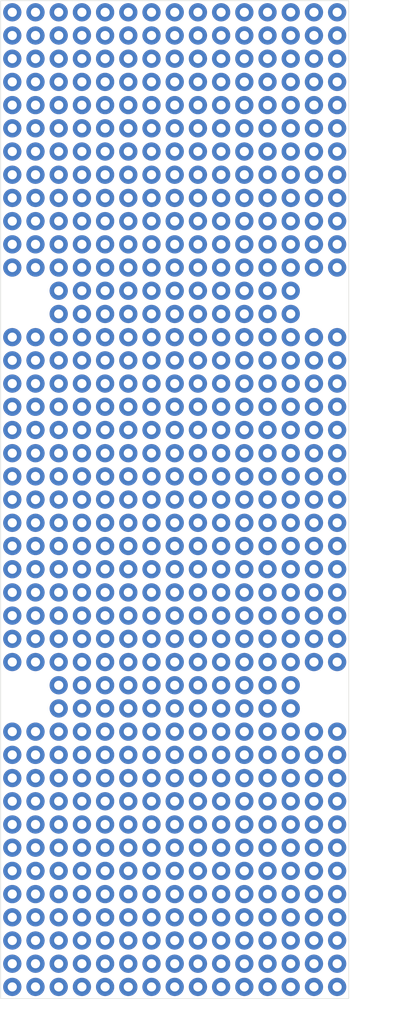
<source format=kicad_pcb>
(kicad_pcb (version 20211014) (generator pcbnew)
  (title_block (title "Eurorack prototype 8HP") (date "2022-01-09") (rev "2.0"))
  (layers (0 "F.Cu" signal) (31 "B.Cu" signal) (34 "B.Paste" user) (35 "F.Paste" user) (36 "B.SilkS" user "B.Silkscreen") (37 "F.SilkS" user "F.Silkscreen") (38 "B.Mask" user) (39 "F.Mask" user) (44 "Edge.Cuts" user))
  (net 0 "")
  (footprint "eurorack:Pad" (layer "F.Cu") (at 140.97 54.61)
    (fp_text reference "REF**" hide)
    (fp_text value "Pad" hide)
  )
  (footprint "eurorack:Pad" (layer "F.Cu") (at 143.51 54.61)
    (fp_text reference "REF**" hide)
    (fp_text value "Pad" hide)
  )
  (footprint "eurorack:Pad" (layer "F.Cu") (at 146.05 57.15)
    (fp_text reference "REF**" hide)
    (fp_text value "Pad" hide)
  )
  (footprint "eurorack:Pad" (layer "F.Cu") (at 133.35 57.15)
    (fp_text reference "REF**" hide)
    (fp_text value "Pad" hide)
  )
  (footprint "eurorack:Pad" (layer "F.Cu") (at 138.43 57.15)
    (fp_text reference "REF**" hide)
    (fp_text value "Pad" hide)
  )
  (footprint "eurorack:Pad" (layer "F.Cu") (at 135.89 57.15)
    (fp_text reference "REF**" hide)
    (fp_text value "Pad" hide)
  )
  (footprint "eurorack:Pad" (layer "F.Cu") (at 135.89 54.61)
    (fp_text reference "REF**" hide)
    (fp_text value "Pad" hide)
  )
  (footprint "eurorack:Pad" (layer "F.Cu") (at 130.81 57.15)
    (fp_text reference "REF**" hide)
    (fp_text value "Pad" hide)
  )
  (footprint "eurorack:Pad" (layer "F.Cu") (at 130.81 54.61)
    (fp_text reference "REF**" hide)
    (fp_text value "Pad" hide)
  )
  (footprint "eurorack:Pad" (layer "F.Cu") (at 143.51 57.15)
    (fp_text reference "REF**" hide)
    (fp_text value "Pad" hide)
  )
  (footprint "eurorack:Pad" (layer "F.Cu") (at 146.05 54.61)
    (fp_text reference "REF**" hide)
    (fp_text value "Pad" hide)
  )
  (footprint "eurorack:Pad" (layer "F.Cu") (at 140.97 57.15)
    (fp_text reference "REF**" hide)
    (fp_text value "Pad" hide)
  )
  (footprint "eurorack:Pad" (layer "F.Cu") (at 133.35 54.61)
    (fp_text reference "REF**" hide)
    (fp_text value "Pad" hide)
  )
  (footprint "eurorack:Pad" (layer "F.Cu") (at 148.59 54.61)
    (fp_text reference "REF**" hide)
    (fp_text value "Pad" hide)
  )
  (footprint "eurorack:Pad" (layer "F.Cu") (at 138.43 54.61)
    (fp_text reference "REF**" hide)
    (fp_text value "Pad" hide)
  )
  (footprint "eurorack:Pad" (layer "F.Cu") (at 148.59 57.15)
    (fp_text reference "REF**" hide)
    (fp_text value "Pad" hide)
  )
  (footprint "eurorack:Pad" (layer "F.Cu") (at 143.51 69.85)
    (fp_text reference "REF**" hide)
    (fp_text value "Pad" hide)
  )
  (footprint "eurorack:Pad" (layer "F.Cu") (at 130.81 62.23)
    (fp_text reference "REF**" hide)
    (fp_text value "Pad" hide)
  )
  (footprint "eurorack:Pad" (layer "F.Cu") (at 138.43 62.23)
    (fp_text reference "REF**" hide)
    (fp_text value "Pad" hide)
  )
  (footprint "eurorack:Pad" (layer "F.Cu") (at 146.05 72.39)
    (fp_text reference "REF**" hide)
    (fp_text value "Pad" hide)
  )
  (footprint "eurorack:Pad" (layer "F.Cu") (at 143.51 77.47)
    (fp_text reference "REF**" hide)
    (fp_text value "Pad" hide)
  )
  (footprint "eurorack:Pad" (layer "F.Cu") (at 140.97 64.77)
    (fp_text reference "REF**" hide)
    (fp_text value "Pad" hide)
  )
  (footprint "eurorack:Pad" (layer "F.Cu") (at 135.89 59.69)
    (fp_text reference "REF**" hide)
    (fp_text value "Pad" hide)
  )
  (footprint "eurorack:Pad" (layer "F.Cu") (at 140.97 72.39)
    (fp_text reference "REF**" hide)
    (fp_text value "Pad" hide)
  )
  (footprint "eurorack:Pad" (layer "F.Cu") (at 153.67 77.47)
    (fp_text reference "REF**" hide)
    (fp_text value "Pad" hide)
  )
  (footprint "eurorack:Pad" (layer "F.Cu") (at 138.43 59.69)
    (fp_text reference "REF**" hide)
    (fp_text value "Pad" hide)
  )
  (footprint "eurorack:Pad" (layer "F.Cu") (at 143.51 72.39)
    (fp_text reference "REF**" hide)
    (fp_text value "Pad" hide)
  )
  (footprint "eurorack:Pad" (layer "F.Cu") (at 138.43 69.85)
    (fp_text reference "REF**" hide)
    (fp_text value "Pad" hide)
  )
  (footprint "eurorack:Pad" (layer "F.Cu") (at 133.35 59.69)
    (fp_text reference "REF**" hide)
    (fp_text value "Pad" hide)
  )
  (footprint "eurorack:Pad" (layer "F.Cu") (at 148.59 74.93)
    (fp_text reference "REF**" hide)
    (fp_text value "Pad" hide)
  )
  (footprint "eurorack:Pad" (layer "F.Cu") (at 148.59 59.69)
    (fp_text reference "REF**" hide)
    (fp_text value "Pad" hide)
  )
  (footprint "eurorack:Pad" (layer "F.Cu") (at 135.89 77.47)
    (fp_text reference "REF**" hide)
    (fp_text value "Pad" hide)
  )
  (footprint "eurorack:Pad" (layer "F.Cu") (at 148.59 62.23)
    (fp_text reference "REF**" hide)
    (fp_text value "Pad" hide)
  )
  (footprint "eurorack:Pad" (layer "F.Cu") (at 143.51 64.77)
    (fp_text reference "REF**" hide)
    (fp_text value "Pad" hide)
  )
  (footprint "eurorack:Pad" (layer "F.Cu") (at 135.89 74.93)
    (fp_text reference "REF**" hide)
    (fp_text value "Pad" hide)
  )
  (footprint "eurorack:Pad" (layer "F.Cu") (at 146.05 67.31)
    (fp_text reference "REF**" hide)
    (fp_text value "Pad" hide)
  )
  (footprint "eurorack:Pad" (layer "F.Cu") (at 140.97 59.69)
    (fp_text reference "REF**" hide)
    (fp_text value "Pad" hide)
  )
  (footprint "eurorack:Pad" (layer "F.Cu") (at 133.35 62.23)
    (fp_text reference "REF**" hide)
    (fp_text value "Pad" hide)
  )
  (footprint "eurorack:Pad" (layer "F.Cu") (at 130.81 59.69)
    (fp_text reference "REF**" hide)
    (fp_text value "Pad" hide)
  )
  (footprint "eurorack:Pad" (layer "F.Cu") (at 148.59 77.47)
    (fp_text reference "REF**" hide)
    (fp_text value "Pad" hide)
  )
  (footprint "eurorack:Pad" (layer "F.Cu") (at 148.59 69.85)
    (fp_text reference "REF**" hide)
    (fp_text value "Pad" hide)
  )
  (footprint "eurorack:Pad" (layer "F.Cu") (at 146.05 69.85)
    (fp_text reference "REF**" hide)
    (fp_text value "Pad" hide)
  )
  (footprint "eurorack:Pad" (layer "F.Cu") (at 140.97 69.85)
    (fp_text reference "REF**" hide)
    (fp_text value "Pad" hide)
  )
  (footprint "eurorack:Pad" (layer "F.Cu") (at 135.89 72.39)
    (fp_text reference "REF**" hide)
    (fp_text value "Pad" hide)
  )
  (footprint "eurorack:Pad" (layer "F.Cu") (at 135.89 69.85)
    (fp_text reference "REF**" hide)
    (fp_text value "Pad" hide)
  )
  (footprint "eurorack:Pad" (layer "F.Cu") (at 130.81 77.47)
    (fp_text reference "REF**" hide)
    (fp_text value "Pad" hide)
  )
  (footprint "eurorack:Pad" (layer "F.Cu") (at 151.13 77.47)
    (fp_text reference "REF**" hide)
    (fp_text value "Pad" hide)
  )
  (footprint "eurorack:Pad" (layer "F.Cu") (at 151.13 74.93)
    (fp_text reference "REF**" hide)
    (fp_text value "Pad" hide)
  )
  (footprint "eurorack:Pad" (layer "F.Cu") (at 140.97 77.47)
    (fp_text reference "REF**" hide)
    (fp_text value "Pad" hide)
  )
  (footprint "eurorack:Pad" (layer "F.Cu") (at 146.05 59.69)
    (fp_text reference "REF**" hide)
    (fp_text value "Pad" hide)
  )
  (footprint "eurorack:Pad" (layer "F.Cu") (at 138.43 74.93)
    (fp_text reference "REF**" hide)
    (fp_text value "Pad" hide)
  )
  (footprint "eurorack:Pad" (layer "F.Cu") (at 133.35 67.31)
    (fp_text reference "REF**" hide)
    (fp_text value "Pad" hide)
  )
  (footprint "eurorack:Pad" (layer "F.Cu") (at 133.35 77.47)
    (fp_text reference "REF**" hide)
    (fp_text value "Pad" hide)
  )
  (footprint "eurorack:Pad" (layer "F.Cu") (at 138.43 67.31)
    (fp_text reference "REF**" hide)
    (fp_text value "Pad" hide)
  )
  (footprint "eurorack:Pad" (layer "F.Cu") (at 135.89 67.31)
    (fp_text reference "REF**" hide)
    (fp_text value "Pad" hide)
  )
  (footprint "eurorack:Pad" (layer "F.Cu") (at 135.89 64.77)
    (fp_text reference "REF**" hide)
    (fp_text value "Pad" hide)
  )
  (footprint "eurorack:Pad" (layer "F.Cu") (at 130.81 67.31)
    (fp_text reference "REF**" hide)
    (fp_text value "Pad" hide)
  )
  (footprint "eurorack:Pad" (layer "F.Cu") (at 130.81 64.77)
    (fp_text reference "REF**" hide)
    (fp_text value "Pad" hide)
  )
  (footprint "eurorack:Pad" (layer "F.Cu") (at 140.97 74.93)
    (fp_text reference "REF**" hide)
    (fp_text value "Pad" hide)
  )
  (footprint "eurorack:Pad" (layer "F.Cu") (at 135.89 62.23)
    (fp_text reference "REF**" hide)
    (fp_text value "Pad" hide)
  )
  (footprint "eurorack:Pad" (layer "F.Cu") (at 163.83 77.47)
    (fp_text reference "REF**" hide)
    (fp_text value "Pad" hide)
  )
  (footprint "eurorack:Pad" (layer "F.Cu") (at 161.29 77.47)
    (fp_text reference "REF**" hide)
    (fp_text value "Pad" hide)
  )
  (footprint "eurorack:Pad" (layer "F.Cu") (at 143.51 67.31)
    (fp_text reference "REF**" hide)
    (fp_text value "Pad" hide)
  )
  (footprint "eurorack:Pad" (layer "F.Cu") (at 158.75 74.93)
    (fp_text reference "REF**" hide)
    (fp_text value "Pad" hide)
  )
  (footprint "eurorack:Pad" (layer "F.Cu") (at 156.21 77.47)
    (fp_text reference "REF**" hide)
    (fp_text value "Pad" hide)
  )
  (footprint "eurorack:Pad" (layer "F.Cu") (at 146.05 64.77)
    (fp_text reference "REF**" hide)
    (fp_text value "Pad" hide)
  )
  (footprint "eurorack:Pad" (layer "F.Cu") (at 146.05 62.23)
    (fp_text reference "REF**" hide)
    (fp_text value "Pad" hide)
  )
  (footprint "eurorack:Pad" (layer "F.Cu") (at 140.97 62.23)
    (fp_text reference "REF**" hide)
    (fp_text value "Pad" hide)
  )
  (footprint "eurorack:Pad" (layer "F.Cu") (at 138.43 77.47)
    (fp_text reference "REF**" hide)
    (fp_text value "Pad" hide)
  )
  (footprint "eurorack:Pad" (layer "F.Cu") (at 140.97 67.31)
    (fp_text reference "REF**" hide)
    (fp_text value "Pad" hide)
  )
  (footprint "eurorack:Pad" (layer "F.Cu") (at 156.21 74.93)
    (fp_text reference "REF**" hide)
    (fp_text value "Pad" hide)
  )
  (footprint "eurorack:Pad" (layer "F.Cu") (at 146.05 77.47)
    (fp_text reference "REF**" hide)
    (fp_text value "Pad" hide)
  )
  (footprint "eurorack:Pad" (layer "F.Cu") (at 143.51 62.23)
    (fp_text reference "REF**" hide)
    (fp_text value "Pad" hide)
  )
  (footprint "eurorack:Pad" (layer "F.Cu") (at 153.67 74.93)
    (fp_text reference "REF**" hide)
    (fp_text value "Pad" hide)
  )
  (footprint "eurorack:Pad" (layer "F.Cu") (at 158.75 77.47)
    (fp_text reference "REF**" hide)
    (fp_text value "Pad" hide)
  )
  (footprint "eurorack:Pad" (layer "F.Cu") (at 133.35 64.77)
    (fp_text reference "REF**" hide)
    (fp_text value "Pad" hide)
  )
  (footprint "eurorack:Pad" (layer "F.Cu") (at 148.59 72.39)
    (fp_text reference "REF**" hide)
    (fp_text value "Pad" hide)
  )
  (footprint "eurorack:Pad" (layer "F.Cu") (at 146.05 74.93)
    (fp_text reference "REF**" hide)
    (fp_text value "Pad" hide)
  )
  (footprint "eurorack:Pad" (layer "F.Cu") (at 143.51 59.69)
    (fp_text reference "REF**" hide)
    (fp_text value "Pad" hide)
  )
  (footprint "eurorack:Pad" (layer "F.Cu") (at 148.59 64.77)
    (fp_text reference "REF**" hide)
    (fp_text value "Pad" hide)
  )
  (footprint "eurorack:Pad" (layer "F.Cu") (at 138.43 64.77)
    (fp_text reference "REF**" hide)
    (fp_text value "Pad" hide)
  )
  (footprint "eurorack:Pad" (layer "F.Cu") (at 148.59 67.31)
    (fp_text reference "REF**" hide)
    (fp_text value "Pad" hide)
  )
  (footprint "eurorack:Pad" (layer "F.Cu") (at 143.51 74.93)
    (fp_text reference "REF**" hide)
    (fp_text value "Pad" hide)
  )
  (footprint "eurorack:Pad" (layer "F.Cu") (at 138.43 72.39)
    (fp_text reference "REF**" hide)
    (fp_text value "Pad" hide)
  )
  (footprint "eurorack:Pad" (layer "F.Cu") (at 163.83 95.25)
    (fp_text reference "REF**" hide)
    (fp_text value "Pad" hide)
  )
  (footprint "eurorack:Pad" (layer "F.Cu") (at 143.51 92.71)
    (fp_text reference "REF**" hide)
    (fp_text value "Pad" hide)
  )
  (footprint "eurorack:Pad" (layer "F.Cu") (at 148.59 92.71)
    (fp_text reference "REF**" hide)
    (fp_text value "Pad" hide)
  )
  (footprint "eurorack:Pad" (layer "F.Cu") (at 135.89 82.55)
    (fp_text reference "REF**" hide)
    (fp_text value "Pad" hide)
  )
  (footprint "eurorack:Pad" (layer "F.Cu") (at 146.05 92.71)
    (fp_text reference "REF**" hide)
    (fp_text value "Pad" hide)
  )
  (footprint "eurorack:Pad" (layer "F.Cu") (at 158.75 80.01)
    (fp_text reference "REF**" hide)
    (fp_text value "Pad" hide)
  )
  (footprint "eurorack:Pad" (layer "F.Cu") (at 140.97 95.25)
    (fp_text reference "REF**" hide)
    (fp_text value "Pad" hide)
  )
  (footprint "eurorack:Pad" (layer "F.Cu") (at 146.05 95.25)
    (fp_text reference "REF**" hide)
    (fp_text value "Pad" hide)
  )
  (footprint "eurorack:Pad" (layer "F.Cu") (at 133.35 92.71)
    (fp_text reference "REF**" hide)
    (fp_text value "Pad" hide)
  )
  (footprint "eurorack:Pad" (layer "F.Cu") (at 153.67 87.63)
    (fp_text reference "REF**" hide)
    (fp_text value "Pad" hide)
  )
  (footprint "eurorack:Pad" (layer "F.Cu") (at 156.21 80.01)
    (fp_text reference "REF**" hide)
    (fp_text value "Pad" hide)
  )
  (footprint "eurorack:Pad" (layer "F.Cu") (at 133.35 95.25)
    (fp_text reference "REF**" hide)
    (fp_text value "Pad" hide)
  )
  (footprint "eurorack:Pad" (layer "F.Cu") (at 138.43 82.55)
    (fp_text reference "REF**" hide)
    (fp_text value "Pad" hide)
  )
  (footprint "eurorack:Pad" (layer "F.Cu") (at 146.05 82.55)
    (fp_text reference "REF**" hide)
    (fp_text value "Pad" hide)
  )
  (footprint "eurorack:Pad" (layer "F.Cu") (at 156.21 92.71)
    (fp_text reference "REF**" hide)
    (fp_text value "Pad" hide)
  )
  (footprint "eurorack:Pad" (layer "F.Cu") (at 163.83 80.01)
    (fp_text reference "REF**" hide)
    (fp_text value "Pad" hide)
  )
  (footprint "eurorack:Pad" (layer "F.Cu") (at 138.43 97.79)
    (fp_text reference "REF**" hide)
    (fp_text value "Pad" hide)
  )
  (footprint "eurorack:Pad" (layer "F.Cu") (at 161.29 95.25)
    (fp_text reference "REF**" hide)
    (fp_text value "Pad" hide)
  )
  (footprint "eurorack:Pad" (layer "F.Cu") (at 163.83 90.17)
    (fp_text reference "REF**" hide)
    (fp_text value "Pad" hide)
  )
  (footprint "eurorack:Pad" (layer "F.Cu") (at 161.29 90.17)
    (fp_text reference "REF**" hide)
    (fp_text value "Pad" hide)
  )
  (footprint "eurorack:Pad" (layer "F.Cu") (at 151.13 90.17)
    (fp_text reference "REF**" hide)
    (fp_text value "Pad" hide)
  )
  (footprint "eurorack:Pad" (layer "F.Cu") (at 135.89 97.79)
    (fp_text reference "REF**" hide)
    (fp_text value "Pad" hide)
  )
  (footprint "eurorack:Pad" (layer "F.Cu") (at 133.35 80.01)
    (fp_text reference "REF**" hide)
    (fp_text value "Pad" hide)
  )
  (footprint "eurorack:Pad" (layer "F.Cu") (at 130.81 95.25)
    (fp_text reference "REF**" hide)
    (fp_text value "Pad" hide)
  )
  (footprint "eurorack:Pad" (layer "F.Cu") (at 140.97 92.71)
    (fp_text reference "REF**" hide)
    (fp_text value "Pad" hide)
  )
  (footprint "eurorack:Pad" (layer "F.Cu") (at 161.29 82.55)
    (fp_text reference "REF**" hide)
    (fp_text value "Pad" hide)
  )
  (footprint "eurorack:Pad" (layer "F.Cu") (at 153.67 90.17)
    (fp_text reference "REF**" hide)
    (fp_text value "Pad" hide)
  )
  (footprint "eurorack:Pad" (layer "F.Cu") (at 156.21 90.17)
    (fp_text reference "REF**" hide)
    (fp_text value "Pad" hide)
  )
  (footprint "eurorack:Pad" (layer "F.Cu") (at 161.29 80.01)
    (fp_text reference "REF**" hide)
    (fp_text value "Pad" hide)
  )
  (footprint "eurorack:Pad" (layer "F.Cu") (at 135.89 87.63)
    (fp_text reference "REF**" hide)
    (fp_text value "Pad" hide)
  )
  (footprint "eurorack:Pad" (layer "F.Cu") (at 158.75 85.09)
    (fp_text reference "REF**" hide)
    (fp_text value "Pad" hide)
  )
  (footprint "eurorack:Pad" (layer "F.Cu") (at 143.51 87.63)
    (fp_text reference "REF**" hide)
    (fp_text value "Pad" hide)
  )
  (footprint "eurorack:Pad" (layer "F.Cu") (at 133.35 85.09)
    (fp_text reference "REF**" hide)
    (fp_text value "Pad" hide)
  )
  (footprint "eurorack:Pad" (layer "F.Cu") (at 151.13 87.63)
    (fp_text reference "REF**" hide)
    (fp_text value "Pad" hide)
  )
  (footprint "eurorack:Pad" (layer "F.Cu") (at 143.51 97.79)
    (fp_text reference "REF**" hide)
    (fp_text value "Pad" hide)
  )
  (footprint "eurorack:Pad" (layer "F.Cu") (at 156.21 97.79)
    (fp_text reference "REF**" hide)
    (fp_text value "Pad" hide)
  )
  (footprint "eurorack:Pad" (layer "F.Cu") (at 153.67 82.55)
    (fp_text reference "REF**" hide)
    (fp_text value "Pad" hide)
  )
  (footprint "eurorack:Pad" (layer "F.Cu") (at 158.75 90.17)
    (fp_text reference "REF**" hide)
    (fp_text value "Pad" hide)
  )
  (footprint "eurorack:Pad" (layer "F.Cu") (at 143.51 90.17)
    (fp_text reference "REF**" hide)
    (fp_text value "Pad" hide)
  )
  (footprint "eurorack:Pad" (layer "F.Cu") (at 163.83 87.63)
    (fp_text reference "REF**" hide)
    (fp_text value "Pad" hide)
  )
  (footprint "eurorack:Pad" (layer "F.Cu") (at 158.75 95.25)
    (fp_text reference "REF**" hide)
    (fp_text value "Pad" hide)
  )
  (footprint "eurorack:Pad" (layer "F.Cu") (at 156.21 87.63)
    (fp_text reference "REF**" hide)
    (fp_text value "Pad" hide)
  )
  (footprint "eurorack:Pad" (layer "F.Cu") (at 153.67 80.01)
    (fp_text reference "REF**" hide)
    (fp_text value "Pad" hide)
  )
  (footprint "eurorack:Pad" (layer "F.Cu") (at 158.75 97.79)
    (fp_text reference "REF**" hide)
    (fp_text value "Pad" hide)
  )
  (footprint "eurorack:Pad" (layer "F.Cu") (at 158.75 92.71)
    (fp_text reference "REF**" hide)
    (fp_text value "Pad" hide)
  )
  (footprint "eurorack:Pad" (layer "F.Cu") (at 163.83 92.71)
    (fp_text reference "REF**" hide)
    (fp_text value "Pad" hide)
  )
  (footprint "eurorack:Pad" (layer "F.Cu") (at 153.67 95.25)
    (fp_text reference "REF**" hide)
    (fp_text value "Pad" hide)
  )
  (footprint "eurorack:Pad" (layer "F.Cu") (at 138.43 85.09)
    (fp_text reference "REF**" hide)
    (fp_text value "Pad" hide)
  )
  (footprint "eurorack:Pad" (layer "F.Cu") (at 163.83 97.79)
    (fp_text reference "REF**" hide)
    (fp_text value "Pad" hide)
  )
  (footprint "eurorack:Pad" (layer "F.Cu") (at 143.51 80.01)
    (fp_text reference "REF**" hide)
    (fp_text value "Pad" hide)
  )
  (footprint "eurorack:Pad" (layer "F.Cu") (at 146.05 80.01)
    (fp_text reference "REF**" hide)
    (fp_text value "Pad" hide)
  )
  (footprint "eurorack:Pad" (layer "F.Cu") (at 161.29 92.71)
    (fp_text reference "REF**" hide)
    (fp_text value "Pad" hide)
  )
  (footprint "eurorack:Pad" (layer "F.Cu") (at 133.35 87.63)
    (fp_text reference "REF**" hide)
    (fp_text value "Pad" hide)
  )
  (footprint "eurorack:Pad" (layer "F.Cu") (at 138.43 95.25)
    (fp_text reference "REF**" hide)
    (fp_text value "Pad" hide)
  )
  (footprint "eurorack:Pad" (layer "F.Cu") (at 135.89 85.09)
    (fp_text reference "REF**" hide)
    (fp_text value "Pad" hide)
  )
  (footprint "eurorack:Pad" (layer "F.Cu") (at 133.35 97.79)
    (fp_text reference "REF**" hide)
    (fp_text value "Pad" hide)
  )
  (footprint "eurorack:Pad" (layer "F.Cu") (at 135.89 90.17)
    (fp_text reference "REF**" hide)
    (fp_text value "Pad" hide)
  )
  (footprint "eurorack:Pad" (layer "F.Cu") (at 135.89 92.71)
    (fp_text reference "REF**" hide)
    (fp_text value "Pad" hide)
  )
  (footprint "eurorack:Pad" (layer "F.Cu") (at 130.81 87.63)
    (fp_text reference "REF**" hide)
    (fp_text value "Pad" hide)
  )
  (footprint "eurorack:Pad" (layer "F.Cu") (at 140.97 85.09)
    (fp_text reference "REF**" hide)
    (fp_text value "Pad" hide)
  )
  (footprint "eurorack:Pad" (layer "F.Cu") (at 143.51 82.55)
    (fp_text reference "REF**" hide)
    (fp_text value "Pad" hide)
  )
  (footprint "eurorack:Pad" (layer "F.Cu") (at 138.43 90.17)
    (fp_text reference "REF**" hide)
    (fp_text value "Pad" hide)
  )
  (footprint "eurorack:Pad" (layer "F.Cu") (at 148.59 95.25)
    (fp_text reference "REF**" hide)
    (fp_text value "Pad" hide)
  )
  (footprint "eurorack:Pad" (layer "F.Cu") (at 163.83 85.09)
    (fp_text reference "REF**" hide)
    (fp_text value "Pad" hide)
  )
  (footprint "eurorack:Pad" (layer "F.Cu") (at 153.67 92.71)
    (fp_text reference "REF**" hide)
    (fp_text value "Pad" hide)
  )
  (footprint "eurorack:Pad" (layer "F.Cu") (at 158.75 87.63)
    (fp_text reference "REF**" hide)
    (fp_text value "Pad" hide)
  )
  (footprint "eurorack:Pad" (layer "F.Cu") (at 156.21 95.25)
    (fp_text reference "REF**" hide)
    (fp_text value "Pad" hide)
  )
  (footprint "eurorack:Pad" (layer "F.Cu") (at 148.59 80.01)
    (fp_text reference "REF**" hide)
    (fp_text value "Pad" hide)
  )
  (footprint "eurorack:Pad" (layer "F.Cu") (at 130.81 85.09)
    (fp_text reference "REF**" hide)
    (fp_text value "Pad" hide)
  )
  (footprint "eurorack:Pad" (layer "F.Cu") (at 133.35 90.17)
    (fp_text reference "REF**" hide)
    (fp_text value "Pad" hide)
  )
  (footprint "eurorack:Pad" (layer "F.Cu") (at 146.05 85.09)
    (fp_text reference "REF**" hide)
    (fp_text value "Pad" hide)
  )
  (footprint "eurorack:Pad" (layer "F.Cu") (at 140.97 82.55)
    (fp_text reference "REF**" hide)
    (fp_text value "Pad" hide)
  )
  (footprint "eurorack:Pad" (layer "F.Cu") (at 135.89 95.25)
    (fp_text reference "REF**" hide)
    (fp_text value "Pad" hide)
  )
  (footprint "eurorack:Pad" (layer "F.Cu") (at 151.13 92.71)
    (fp_text reference "REF**" hide)
    (fp_text value "Pad" hide)
  )
  (footprint "eurorack:Pad" (layer "F.Cu") (at 138.43 80.01)
    (fp_text reference "REF**" hide)
    (fp_text value "Pad" hide)
  )
  (footprint "eurorack:Pad" (layer "F.Cu") (at 163.83 82.55)
    (fp_text reference "REF**" hide)
    (fp_text value "Pad" hide)
  )
  (footprint "eurorack:Pad" (layer "F.Cu") (at 161.29 87.63)
    (fp_text reference "REF**" hide)
    (fp_text value "Pad" hide)
  )
  (footprint "eurorack:Pad" (layer "F.Cu") (at 146.05 87.63)
    (fp_text reference "REF**" hide)
    (fp_text value "Pad" hide)
  )
  (footprint "eurorack:Pad" (layer "F.Cu") (at 138.43 87.63)
    (fp_text reference "REF**" hide)
    (fp_text value "Pad" hide)
  )
  (footprint "eurorack:Pad" (layer "F.Cu") (at 156.21 82.55)
    (fp_text reference "REF**" hide)
    (fp_text value "Pad" hide)
  )
  (footprint "eurorack:Pad" (layer "F.Cu") (at 158.75 82.55)
    (fp_text reference "REF**" hide)
    (fp_text value "Pad" hide)
  )
  (footprint "eurorack:Pad" (layer "F.Cu") (at 148.59 97.79)
    (fp_text reference "REF**" hide)
    (fp_text value "Pad" hide)
  )
  (footprint "eurorack:Pad" (layer "F.Cu") (at 140.97 97.79)
    (fp_text reference "REF**" hide)
    (fp_text value "Pad" hide)
  )
  (footprint "eurorack:Pad" (layer "F.Cu") (at 161.29 97.79)
    (fp_text reference "REF**" hide)
    (fp_text value "Pad" hide)
  )
  (footprint "eurorack:Pad" (layer "F.Cu") (at 148.59 82.55)
    (fp_text reference "REF**" hide)
    (fp_text value "Pad" hide)
  )
  (footprint "eurorack:Pad" (layer "F.Cu") (at 138.43 92.71)
    (fp_text reference "REF**" hide)
    (fp_text value "Pad" hide)
  )
  (footprint "eurorack:Pad" (layer "F.Cu") (at 151.13 82.55)
    (fp_text reference "REF**" hide)
    (fp_text value "Pad" hide)
  )
  (footprint "eurorack:Pad" (layer "F.Cu") (at 130.81 92.71)
    (fp_text reference "REF**" hide)
    (fp_text value "Pad" hide)
  )
  (footprint "eurorack:Pad" (layer "F.Cu") (at 148.59 87.63)
    (fp_text reference "REF**" hide)
    (fp_text value "Pad" hide)
  )
  (footprint "eurorack:Pad" (layer "F.Cu") (at 140.97 90.17)
    (fp_text reference "REF**" hide)
    (fp_text value "Pad" hide)
  )
  (footprint "eurorack:Pad" (layer "F.Cu") (at 151.13 85.09)
    (fp_text reference "REF**" hide)
    (fp_text value "Pad" hide)
  )
  (footprint "eurorack:Pad" (layer "F.Cu") (at 146.05 90.17)
    (fp_text reference "REF**" hide)
    (fp_text value "Pad" hide)
  )
  (footprint "eurorack:Pad" (layer "F.Cu") (at 148.59 90.17)
    (fp_text reference "REF**" hide)
    (fp_text value "Pad" hide)
  )
  (footprint "eurorack:Pad" (layer "F.Cu") (at 130.81 82.55)
    (fp_text reference "REF**" hide)
    (fp_text value "Pad" hide)
  )
  (footprint "eurorack:Pad" (layer "F.Cu") (at 143.51 85.09)
    (fp_text reference "REF**" hide)
    (fp_text value "Pad" hide)
  )
  (footprint "eurorack:Pad" (layer "F.Cu") (at 130.81 80.01)
    (fp_text reference "REF**" hide)
    (fp_text value "Pad" hide)
  )
  (footprint "eurorack:Pad" (layer "F.Cu") (at 161.29 85.09)
    (fp_text reference "REF**" hide)
    (fp_text value "Pad" hide)
  )
  (footprint "eurorack:Pad" (layer "F.Cu") (at 156.21 85.09)
    (fp_text reference "REF**" hide)
    (fp_text value "Pad" hide)
  )
  (footprint "eurorack:Pad" (layer "F.Cu") (at 133.35 82.55)
    (fp_text reference "REF**" hide)
    (fp_text value "Pad" hide)
  )
  (footprint "eurorack:Pad" (layer "F.Cu") (at 140.97 80.01)
    (fp_text reference "REF**" hide)
    (fp_text value "Pad" hide)
  )
  (footprint "eurorack:Pad" (layer "F.Cu") (at 151.13 95.25)
    (fp_text reference "REF**" hide)
    (fp_text value "Pad" hide)
  )
  (footprint "eurorack:Pad" (layer "F.Cu") (at 151.13 80.01)
    (fp_text reference "REF**" hide)
    (fp_text value "Pad" hide)
  )
  (footprint "eurorack:Pad" (layer "F.Cu") (at 130.81 97.79)
    (fp_text reference "REF**" hide)
    (fp_text value "Pad" hide)
  )
  (footprint "eurorack:Pad" (layer "F.Cu") (at 140.97 87.63)
    (fp_text reference "REF**" hide)
    (fp_text value "Pad" hide)
  )
  (footprint "eurorack:Pad" (layer "F.Cu") (at 153.67 97.79)
    (fp_text reference "REF**" hide)
    (fp_text value "Pad" hide)
  )
  (footprint "eurorack:Pad" (layer "F.Cu") (at 151.13 97.79)
    (fp_text reference "REF**" hide)
    (fp_text value "Pad" hide)
  )
  (footprint "eurorack:Pad" (layer "F.Cu") (at 153.67 85.09)
    (fp_text reference "REF**" hide)
    (fp_text value "Pad" hide)
  )
  (footprint "eurorack:Pad" (layer "F.Cu") (at 148.59 85.09)
    (fp_text reference "REF**" hide)
    (fp_text value "Pad" hide)
  )
  (footprint "eurorack:Pad" (layer "F.Cu") (at 146.05 97.79)
    (fp_text reference "REF**" hide)
    (fp_text value "Pad" hide)
  )
  (footprint "eurorack:Pad" (layer "F.Cu") (at 130.81 90.17)
    (fp_text reference "REF**" hide)
    (fp_text value "Pad" hide)
  )
  (footprint "eurorack:Pad" (layer "F.Cu") (at 143.51 95.25)
    (fp_text reference "REF**" hide)
    (fp_text value "Pad" hide)
  )
  (footprint "eurorack:Pad" (layer "F.Cu") (at 135.89 80.01)
    (fp_text reference "REF**" hide)
    (fp_text value "Pad" hide)
  )
  (footprint "eurorack:Pad" (layer "F.Cu") (at 135.89 105.41)
    (fp_text reference "REF**" hide)
    (fp_text value "Pad" hide)
  )
  (footprint "eurorack:Pad" (layer "F.Cu") (at 133.35 102.87)
    (fp_text reference "REF**" hide)
    (fp_text value "Pad" hide)
  )
  (footprint "eurorack:Pad" (layer "F.Cu") (at 140.97 113.03)
    (fp_text reference "REF**" hide)
    (fp_text value "Pad" hide)
  )
  (footprint "eurorack:Pad" (layer "F.Cu") (at 133.35 100.33)
    (fp_text reference "REF**" hide)
    (fp_text value "Pad" hide)
  )
  (footprint "eurorack:Pad" (layer "F.Cu") (at 140.97 110.49)
    (fp_text reference "REF**" hide)
    (fp_text value "Pad" hide)
  )
  (footprint "eurorack:Pad" (layer "F.Cu") (at 135.89 113.03)
    (fp_text reference "REF**" hide)
    (fp_text value "Pad" hide)
  )
  (footprint "eurorack:Pad" (layer "F.Cu") (at 130.81 102.87)
    (fp_text reference "REF**" hide)
    (fp_text value "Pad" hide)
  )
  (footprint "eurorack:Pad" (layer "F.Cu") (at 158.75 113.03)
    (fp_text reference "REF**" hide)
    (fp_text value "Pad" hide)
  )
  (footprint "eurorack:Pad" (layer "F.Cu") (at 138.43 113.03)
    (fp_text reference "REF**" hide)
    (fp_text value "Pad" hide)
  )
  (footprint "eurorack:Pad" (layer "F.Cu") (at 130.81 107.95)
    (fp_text reference "REF**" hide)
    (fp_text value "Pad" hide)
  )
  (footprint "eurorack:Pad" (layer "F.Cu") (at 146.05 113.03)
    (fp_text reference "REF**" hide)
    (fp_text value "Pad" hide)
  )
  (footprint "eurorack:Pad" (layer "F.Cu") (at 143.51 105.41)
    (fp_text reference "REF**" hide)
    (fp_text value "Pad" hide)
  )
  (footprint "eurorack:Pad" (layer "F.Cu") (at 143.51 110.49)
    (fp_text reference "REF**" hide)
    (fp_text value "Pad" hide)
  )
  (footprint "eurorack:Pad" (layer "F.Cu") (at 156.21 100.33)
    (fp_text reference "REF**" hide)
    (fp_text value "Pad" hide)
  )
  (footprint "eurorack:Pad" (layer "F.Cu") (at 138.43 105.41)
    (fp_text reference "REF**" hide)
    (fp_text value "Pad" hide)
  )
  (footprint "eurorack:Pad" (layer "F.Cu") (at 151.13 107.95)
    (fp_text reference "REF**" hide)
    (fp_text value "Pad" hide)
  )
  (footprint "eurorack:Pad" (layer "F.Cu") (at 133.35 105.41)
    (fp_text reference "REF**" hide)
    (fp_text value "Pad" hide)
  )
  (footprint "eurorack:Pad" (layer "F.Cu") (at 161.29 100.33)
    (fp_text reference "REF**" hide)
    (fp_text value "Pad" hide)
  )
  (footprint "eurorack:Pad" (layer "F.Cu") (at 163.83 107.95)
    (fp_text reference "REF**" hide)
    (fp_text value "Pad" hide)
  )
  (footprint "eurorack:Pad" (layer "F.Cu") (at 163.83 100.33)
    (fp_text reference "REF**" hide)
    (fp_text value "Pad" hide)
  )
  (footprint "eurorack:Pad" (layer "F.Cu") (at 140.97 100.33)
    (fp_text reference "REF**" hide)
    (fp_text value "Pad" hide)
  )
  (footprint "eurorack:Pad" (layer "F.Cu") (at 146.05 107.95)
    (fp_text reference "REF**" hide)
    (fp_text value "Pad" hide)
  )
  (footprint "eurorack:Pad" (layer "F.Cu") (at 138.43 110.49)
    (fp_text reference "REF**" hide)
    (fp_text value "Pad" hide)
  )
  (footprint "eurorack:Pad" (layer "F.Cu") (at 158.75 100.33)
    (fp_text reference "REF**" hide)
    (fp_text value "Pad" hide)
  )
  (footprint "eurorack:Pad" (layer "F.Cu") (at 135.89 102.87)
    (fp_text reference "REF**" hide)
    (fp_text value "Pad" hide)
  )
  (footprint "eurorack:Pad" (layer "F.Cu") (at 151.13 110.49)
    (fp_text reference "REF**" hide)
    (fp_text value "Pad" hide)
  )
  (footprint "eurorack:Pad" (layer "F.Cu") (at 148.59 107.95)
    (fp_text reference "REF**" hide)
    (fp_text value "Pad" hide)
  )
  (footprint "eurorack:Pad" (layer "F.Cu") (at 148.59 105.41)
    (fp_text reference "REF**" hide)
    (fp_text value "Pad" hide)
  )
  (footprint "eurorack:Pad" (layer "F.Cu") (at 148.59 100.33)
    (fp_text reference "REF**" hide)
    (fp_text value "Pad" hide)
  )
  (footprint "eurorack:Pad" (layer "F.Cu") (at 146.05 110.49)
    (fp_text reference "REF**" hide)
    (fp_text value "Pad" hide)
  )
  (footprint "eurorack:Pad" (layer "F.Cu") (at 148.59 102.87)
    (fp_text reference "REF**" hide)
    (fp_text value "Pad" hide)
  )
  (footprint "eurorack:Pad" (layer "F.Cu") (at 140.97 102.87)
    (fp_text reference "REF**" hide)
    (fp_text value "Pad" hide)
  )
  (footprint "eurorack:Pad" (layer "F.Cu") (at 135.89 107.95)
    (fp_text reference "REF**" hide)
    (fp_text value "Pad" hide)
  )
  (footprint "eurorack:Pad" (layer "F.Cu") (at 153.67 105.41)
    (fp_text reference "REF**" hide)
    (fp_text value "Pad" hide)
  )
  (footprint "eurorack:Pad" (layer "F.Cu") (at 161.29 102.87)
    (fp_text reference "REF**" hide)
    (fp_text value "Pad" hide)
  )
  (footprint "eurorack:Pad" (layer "F.Cu") (at 146.05 102.87)
    (fp_text reference "REF**" hide)
    (fp_text value "Pad" hide)
  )
  (footprint "eurorack:Pad" (layer "F.Cu") (at 158.75 107.95)
    (fp_text reference "REF**" hide)
    (fp_text value "Pad" hide)
  )
  (footprint "eurorack:Pad" (layer "F.Cu") (at 148.59 110.49)
    (fp_text reference "REF**" hide)
    (fp_text value "Pad" hide)
  )
  (footprint "eurorack:Pad" (layer "F.Cu") (at 161.29 115.57)
    (fp_text reference "REF**" hide)
    (fp_text value "Pad" hide)
  )
  (footprint "eurorack:Pad" (layer "F.Cu") (at 151.13 113.03)
    (fp_text reference "REF**" hide)
    (fp_text value "Pad" hide)
  )
  (footprint "eurorack:Pad" (layer "F.Cu") (at 138.43 115.57)
    (fp_text reference "REF**" hide)
    (fp_text value "Pad" hide)
  )
  (footprint "eurorack:Pad" (layer "F.Cu") (at 130.81 100.33)
    (fp_text reference "REF**" hide)
    (fp_text value "Pad" hide)
  )
  (footprint "eurorack:Pad" (layer "F.Cu") (at 143.51 115.57)
    (fp_text reference "REF**" hide)
    (fp_text value "Pad" hide)
  )
  (footprint "eurorack:Pad" (layer "F.Cu") (at 153.67 110.49)
    (fp_text reference "REF**" hide)
    (fp_text value "Pad" hide)
  )
  (footprint "eurorack:Pad" (layer "F.Cu") (at 146.05 115.57)
    (fp_text reference "REF**" hide)
    (fp_text value "Pad" hide)
  )
  (footprint "eurorack:Pad" (layer "F.Cu") (at 153.67 113.03)
    (fp_text reference "REF**" hide)
    (fp_text value "Pad" hide)
  )
  (footprint "eurorack:Pad" (layer "F.Cu") (at 156.21 105.41)
    (fp_text reference "REF**" hide)
    (fp_text value "Pad" hide)
  )
  (footprint "eurorack:Pad" (layer "F.Cu") (at 146.05 105.41)
    (fp_text reference "REF**" hide)
    (fp_text value "Pad" hide)
  )
  (footprint "eurorack:Pad" (layer "F.Cu") (at 140.97 105.41)
    (fp_text reference "REF**" hide)
    (fp_text value "Pad" hide)
  )
  (footprint "eurorack:Pad" (layer "F.Cu") (at 143.51 113.03)
    (fp_text reference "REF**" hide)
    (fp_text value "Pad" hide)
  )
  (footprint "eurorack:Pad" (layer "F.Cu") (at 135.89 110.49)
    (fp_text reference "REF**" hide)
    (fp_text value "Pad" hide)
  )
  (footprint "eurorack:Pad" (layer "F.Cu") (at 130.81 105.41)
    (fp_text reference "REF**" hide)
    (fp_text value "Pad" hide)
  )
  (footprint "eurorack:Pad" (layer "F.Cu") (at 153.67 102.87)
    (fp_text reference "REF**" hide)
    (fp_text value "Pad" hide)
  )
  (footprint "eurorack:Pad" (layer "F.Cu") (at 143.51 100.33)
    (fp_text reference "REF**" hide)
    (fp_text value "Pad" hide)
  )
  (footprint "eurorack:Pad" (layer "F.Cu") (at 146.05 100.33)
    (fp_text reference "REF**" hide)
    (fp_text value "Pad" hide)
  )
  (footprint "eurorack:Pad" (layer "F.Cu") (at 138.43 102.87)
    (fp_text reference "REF**" hide)
    (fp_text value "Pad" hide)
  )
  (footprint "eurorack:Pad" (layer "F.Cu") (at 156.21 110.49)
    (fp_text reference "REF**" hide)
    (fp_text value "Pad" hide)
  )
  (footprint "eurorack:Pad" (layer "F.Cu") (at 138.43 100.33)
    (fp_text reference "REF**" hide)
    (fp_text value "Pad" hide)
  )
  (footprint "eurorack:Pad" (layer "F.Cu") (at 151.13 105.41)
    (fp_text reference "REF**" hide)
    (fp_text value "Pad" hide)
  )
  (footprint "eurorack:Pad" (layer "F.Cu") (at 148.59 113.03)
    (fp_text reference "REF**" hide)
    (fp_text value "Pad" hide)
  )
  (footprint "eurorack:Pad" (layer "F.Cu") (at 153.67 100.33)
    (fp_text reference "REF**" hide)
    (fp_text value "Pad" hide)
  )
  (footprint "eurorack:Pad" (layer "F.Cu") (at 156.21 107.95)
    (fp_text reference "REF**" hide)
    (fp_text value "Pad" hide)
  )
  (footprint "eurorack:Pad" (layer "F.Cu") (at 156.21 113.03)
    (fp_text reference "REF**" hide)
    (fp_text value "Pad" hide)
  )
  (footprint "eurorack:Pad" (layer "F.Cu") (at 153.67 115.57)
    (fp_text reference "REF**" hide)
    (fp_text value "Pad" hide)
  )
  (footprint "eurorack:Pad" (layer "F.Cu") (at 140.97 107.95)
    (fp_text reference "REF**" hide)
    (fp_text value "Pad" hide)
  )
  (footprint "eurorack:Pad" (layer "F.Cu") (at 143.51 107.95)
    (fp_text reference "REF**" hide)
    (fp_text value "Pad" hide)
  )
  (footprint "eurorack:Pad" (layer "F.Cu") (at 153.67 107.95)
    (fp_text reference "REF**" hide)
    (fp_text value "Pad" hide)
  )
  (footprint "eurorack:Pad" (layer "F.Cu") (at 163.83 102.87)
    (fp_text reference "REF**" hide)
    (fp_text value "Pad" hide)
  )
  (footprint "eurorack:Pad" (layer "F.Cu") (at 143.51 102.87)
    (fp_text reference "REF**" hide)
    (fp_text value "Pad" hide)
  )
  (footprint "eurorack:Pad" (layer "F.Cu") (at 158.75 105.41)
    (fp_text reference "REF**" hide)
    (fp_text value "Pad" hide)
  )
  (footprint "eurorack:Pad" (layer "F.Cu") (at 135.89 115.57)
    (fp_text reference "REF**" hide)
    (fp_text value "Pad" hide)
  )
  (footprint "eurorack:Pad" (layer "F.Cu") (at 151.13 115.57)
    (fp_text reference "REF**" hide)
    (fp_text value "Pad" hide)
  )
  (footprint "eurorack:Pad" (layer "F.Cu") (at 148.59 115.57)
    (fp_text reference "REF**" hide)
    (fp_text value "Pad" hide)
  )
  (footprint "eurorack:Pad" (layer "F.Cu") (at 151.13 102.87)
    (fp_text reference "REF**" hide)
    (fp_text value "Pad" hide)
  )
  (footprint "eurorack:Pad" (layer "F.Cu") (at 151.13 100.33)
    (fp_text reference "REF**" hide)
    (fp_text value "Pad" hide)
  )
  (footprint "eurorack:Pad" (layer "F.Cu") (at 161.29 105.41)
    (fp_text reference "REF**" hide)
    (fp_text value "Pad" hide)
  )
  (footprint "eurorack:Pad" (layer "F.Cu") (at 140.97 115.57)
    (fp_text reference "REF**" hide)
    (fp_text value "Pad" hide)
  )
  (footprint "eurorack:Pad" (layer "F.Cu") (at 138.43 107.95)
    (fp_text reference "REF**" hide)
    (fp_text value "Pad" hide)
  )
  (footprint "eurorack:Pad" (layer "F.Cu") (at 158.75 102.87)
    (fp_text reference "REF**" hide)
    (fp_text value "Pad" hide)
  )
  (footprint "eurorack:Pad" (layer "F.Cu") (at 163.83 105.41)
    (fp_text reference "REF**" hide)
    (fp_text value "Pad" hide)
  )
  (footprint "eurorack:Pad" (layer "F.Cu") (at 161.29 107.95)
    (fp_text reference "REF**" hide)
    (fp_text value "Pad" hide)
  )
  (footprint "eurorack:Pad" (layer "F.Cu") (at 133.35 107.95)
    (fp_text reference "REF**" hide)
    (fp_text value "Pad" hide)
  )
  (footprint "eurorack:Pad" (layer "F.Cu") (at 158.75 115.57)
    (fp_text reference "REF**" hide)
    (fp_text value "Pad" hide)
  )
  (footprint "eurorack:Pad" (layer "F.Cu") (at 135.89 100.33)
    (fp_text reference "REF**" hide)
    (fp_text value "Pad" hide)
  )
  (footprint "eurorack:Pad" (layer "F.Cu") (at 158.75 110.49)
    (fp_text reference "REF**" hide)
    (fp_text value "Pad" hide)
  )
  (footprint "eurorack:Pad" (layer "F.Cu") (at 156.21 102.87)
    (fp_text reference "REF**" hide)
    (fp_text value "Pad" hide)
  )
  (footprint "eurorack:Pad" (layer "F.Cu") (at 156.21 115.57)
    (fp_text reference "REF**" hide)
    (fp_text value "Pad" hide)
  )
  (footprint "eurorack:Pad" (layer "F.Cu") (at 140.97 133.35)
    (fp_text reference "REF**" hide)
    (fp_text value "Pad" hide)
  )
  (footprint "eurorack:Pad" (layer "F.Cu") (at 148.59 128.27)
    (fp_text reference "REF**" hide)
    (fp_text value "Pad" hide)
  )
  (footprint "eurorack:Pad" (layer "F.Cu") (at 148.59 130.81)
    (fp_text reference "REF**" hide)
    (fp_text value "Pad" hide)
  )
  (footprint "eurorack:Pad" (layer "F.Cu") (at 135.89 123.19)
    (fp_text reference "REF**" hide)
    (fp_text value "Pad" hide)
  )
  (footprint "eurorack:Pad" (layer "F.Cu") (at 135.89 130.81)
    (fp_text reference "REF**" hide)
    (fp_text value "Pad" hide)
  )
  (footprint "eurorack:Pad" (layer "F.Cu") (at 146.05 135.89)
    (fp_text reference "REF**" hide)
    (fp_text value "Pad" hide)
  )
  (footprint "eurorack:Pad" (layer "F.Cu") (at 140.97 128.27)
    (fp_text reference "REF**" hide)
    (fp_text value "Pad" hide)
  )
  (footprint "eurorack:Pad" (layer "F.Cu") (at 156.21 128.27)
    (fp_text reference "REF**" hide)
    (fp_text value "Pad" hide)
  )
  (footprint "eurorack:Pad" (layer "F.Cu") (at 158.75 125.73)
    (fp_text reference "REF**" hide)
    (fp_text value "Pad" hide)
  )
  (footprint "eurorack:Pad" (layer "F.Cu") (at 161.29 133.35)
    (fp_text reference "REF**" hide)
    (fp_text value "Pad" hide)
  )
  (footprint "eurorack:Pad" (layer "F.Cu") (at 156.21 133.35)
    (fp_text reference "REF**" hide)
    (fp_text value "Pad" hide)
  )
  (footprint "eurorack:Pad" (layer "F.Cu") (at 143.51 135.89)
    (fp_text reference "REF**" hide)
    (fp_text value "Pad" hide)
  )
  (footprint "eurorack:Pad" (layer "F.Cu") (at 130.81 135.89)
    (fp_text reference "REF**" hide)
    (fp_text value "Pad" hide)
  )
  (footprint "eurorack:Pad" (layer "F.Cu") (at 156.21 118.11)
    (fp_text reference "REF**" hide)
    (fp_text value "Pad" hide)
  )
  (footprint "eurorack:Pad" (layer "F.Cu") (at 138.43 118.11)
    (fp_text reference "REF**" hide)
    (fp_text value "Pad" hide)
  )
  (footprint "eurorack:Pad" (layer "F.Cu") (at 153.67 125.73)
    (fp_text reference "REF**" hide)
    (fp_text value "Pad" hide)
  )
  (footprint "eurorack:Pad" (layer "F.Cu") (at 158.75 118.11)
    (fp_text reference "REF**" hide)
    (fp_text value "Pad" hide)
  )
  (footprint "eurorack:Pad" (layer "F.Cu") (at 138.43 128.27)
    (fp_text reference "REF**" hide)
    (fp_text value "Pad" hide)
  )
  (footprint "eurorack:Pad" (layer "F.Cu") (at 146.05 125.73)
    (fp_text reference "REF**" hide)
    (fp_text value "Pad" hide)
  )
  (footprint "eurorack:Pad" (layer "F.Cu") (at 151.13 118.11)
    (fp_text reference "REF**" hide)
    (fp_text value "Pad" hide)
  )
  (footprint "eurorack:Pad" (layer "F.Cu") (at 135.89 135.89)
    (fp_text reference "REF**" hide)
    (fp_text value "Pad" hide)
  )
  (footprint "eurorack:Pad" (layer "F.Cu") (at 135.89 125.73)
    (fp_text reference "REF**" hide)
    (fp_text value "Pad" hide)
  )
  (footprint "eurorack:Pad" (layer "F.Cu") (at 138.43 120.65)
    (fp_text reference "REF**" hide)
    (fp_text value "Pad" hide)
  )
  (footprint "eurorack:Pad" (layer "F.Cu") (at 161.29 128.27)
    (fp_text reference "REF**" hide)
    (fp_text value "Pad" hide)
  )
  (footprint "eurorack:Pad" (layer "F.Cu") (at 153.67 128.27)
    (fp_text reference "REF**" hide)
    (fp_text value "Pad" hide)
  )
  (footprint "eurorack:Pad" (layer "F.Cu") (at 163.83 130.81)
    (fp_text reference "REF**" hide)
    (fp_text value "Pad" hide)
  )
  (footprint "eurorack:Pad" (layer "F.Cu") (at 148.59 133.35)
    (fp_text reference "REF**" hide)
    (fp_text value "Pad" hide)
  )
  (footprint "eurorack:Pad" (layer "F.Cu") (at 163.83 118.11)
    (fp_text reference "REF**" hide)
    (fp_text value "Pad" hide)
  )
  (footprint "eurorack:Pad" (layer "F.Cu") (at 138.43 125.73)
    (fp_text reference "REF**" hide)
    (fp_text value "Pad" hide)
  )
  (footprint "eurorack:Pad" (layer "F.Cu") (at 133.35 128.27)
    (fp_text reference "REF**" hide)
    (fp_text value "Pad" hide)
  )
  (footprint "eurorack:Pad" (layer "F.Cu") (at 135.89 120.65)
    (fp_text reference "REF**" hide)
    (fp_text value "Pad" hide)
  )
  (footprint "eurorack:Pad" (layer "F.Cu") (at 143.51 120.65)
    (fp_text reference "REF**" hide)
    (fp_text value "Pad" hide)
  )
  (footprint "eurorack:Pad" (layer "F.Cu") (at 153.67 130.81)
    (fp_text reference "REF**" hide)
    (fp_text value "Pad" hide)
  )
  (footprint "eurorack:Pad" (layer "F.Cu") (at 133.35 135.89)
    (fp_text reference "REF**" hide)
    (fp_text value "Pad" hide)
  )
  (footprint "eurorack:Pad" (layer "F.Cu") (at 146.05 120.65)
    (fp_text reference "REF**" hide)
    (fp_text value "Pad" hide)
  )
  (footprint "eurorack:Pad" (layer "F.Cu") (at 156.21 135.89)
    (fp_text reference "REF**" hide)
    (fp_text value "Pad" hide)
  )
  (footprint "eurorack:Pad" (layer "F.Cu") (at 140.97 125.73)
    (fp_text reference "REF**" hide)
    (fp_text value "Pad" hide)
  )
  (footprint "eurorack:Pad" (layer "F.Cu") (at 148.59 123.19)
    (fp_text reference "REF**" hide)
    (fp_text value "Pad" hide)
  )
  (footprint "eurorack:Pad" (layer "F.Cu") (at 148.59 125.73)
    (fp_text reference "REF**" hide)
    (fp_text value "Pad" hide)
  )
  (footprint "eurorack:Pad" (layer "F.Cu") (at 130.81 120.65)
    (fp_text reference "REF**" hide)
    (fp_text value "Pad" hide)
  )
  (footprint "eurorack:Pad" (layer "F.Cu") (at 143.51 130.81)
    (fp_text reference "REF**" hide)
    (fp_text value "Pad" hide)
  )
  (footprint "eurorack:Pad" (layer "F.Cu") (at 156.21 125.73)
    (fp_text reference "REF**" hide)
    (fp_text value "Pad" hide)
  )
  (footprint "eurorack:Pad" (layer "F.Cu") (at 163.83 128.27)
    (fp_text reference "REF**" hide)
    (fp_text value "Pad" hide)
  )
  (footprint "eurorack:Pad" (layer "F.Cu") (at 130.81 123.19)
    (fp_text reference "REF**" hide)
    (fp_text value "Pad" hide)
  )
  (footprint "eurorack:Pad" (layer "F.Cu") (at 158.75 120.65)
    (fp_text reference "REF**" hide)
    (fp_text value "Pad" hide)
  )
  (footprint "eurorack:Pad" (layer "F.Cu") (at 140.97 135.89)
    (fp_text reference "REF**" hide)
    (fp_text value "Pad" hide)
  )
  (footprint "eurorack:Pad" (layer "F.Cu") (at 156.21 120.65)
    (fp_text reference "REF**" hide)
    (fp_text value "Pad" hide)
  )
  (footprint "eurorack:Pad" (layer "F.Cu") (at 133.35 123.19)
    (fp_text reference "REF**" hide)
    (fp_text value "Pad" hide)
  )
  (footprint "eurorack:Pad" (layer "F.Cu") (at 151.13 125.73)
    (fp_text reference "REF**" hide)
    (fp_text value "Pad" hide)
  )
  (footprint "eurorack:Pad" (layer "F.Cu") (at 140.97 118.11)
    (fp_text reference "REF**" hide)
    (fp_text value "Pad" hide)
  )
  (footprint "eurorack:Pad" (layer "F.Cu") (at 146.05 130.81)
    (fp_text reference "REF**" hide)
    (fp_text value "Pad" hide)
  )
  (footprint "eurorack:Pad" (layer "F.Cu") (at 151.13 128.27)
    (fp_text reference "REF**" hide)
    (fp_text value "Pad" hide)
  )
  (footprint "eurorack:Pad" (layer "F.Cu") (at 153.67 123.19)
    (fp_text reference "REF**" hide)
    (fp_text value "Pad" hide)
  )
  (footprint "eurorack:Pad" (layer "F.Cu") (at 133.35 125.73)
    (fp_text reference "REF**" hide)
    (fp_text value "Pad" hide)
  )
  (footprint "eurorack:Pad" (layer "F.Cu") (at 153.67 135.89)
    (fp_text reference "REF**" hide)
    (fp_text value "Pad" hide)
  )
  (footprint "eurorack:Pad" (layer "F.Cu") (at 140.97 123.19)
    (fp_text reference "REF**" hide)
    (fp_text value "Pad" hide)
  )
  (footprint "eurorack:Pad" (layer "F.Cu") (at 163.83 135.89)
    (fp_text reference "REF**" hide)
    (fp_text value "Pad" hide)
  )
  (footprint "eurorack:Pad" (layer "F.Cu") (at 148.59 135.89)
    (fp_text reference "REF**" hide)
    (fp_text value "Pad" hide)
  )
  (footprint "eurorack:Pad" (layer "F.Cu") (at 163.83 123.19)
    (fp_text reference "REF**" hide)
    (fp_text value "Pad" hide)
  )
  (footprint "eurorack:Pad" (layer "F.Cu") (at 151.13 120.65)
    (fp_text reference "REF**" hide)
    (fp_text value "Pad" hide)
  )
  (footprint "eurorack:Pad" (layer "F.Cu") (at 163.83 120.65)
    (fp_text reference "REF**" hide)
    (fp_text value "Pad" hide)
  )
  (footprint "eurorack:Pad" (layer "F.Cu") (at 138.43 130.81)
    (fp_text reference "REF**" hide)
    (fp_text value "Pad" hide)
  )
  (footprint "eurorack:Pad" (layer "F.Cu") (at 153.67 120.65)
    (fp_text reference "REF**" hide)
    (fp_text value "Pad" hide)
  )
  (footprint "eurorack:Pad" (layer "F.Cu") (at 153.67 133.35)
    (fp_text reference "REF**" hide)
    (fp_text value "Pad" hide)
  )
  (footprint "eurorack:Pad" (layer "F.Cu") (at 151.13 135.89)
    (fp_text reference "REF**" hide)
    (fp_text value "Pad" hide)
  )
  (footprint "eurorack:Pad" (layer "F.Cu") (at 146.05 123.19)
    (fp_text reference "REF**" hide)
    (fp_text value "Pad" hide)
  )
  (footprint "eurorack:Pad" (layer "F.Cu") (at 143.51 133.35)
    (fp_text reference "REF**" hide)
    (fp_text value "Pad" hide)
  )
  (footprint "eurorack:Pad" (layer "F.Cu") (at 148.59 118.11)
    (fp_text reference "REF**" hide)
    (fp_text value "Pad" hide)
  )
  (footprint "eurorack:Pad" (layer "F.Cu") (at 158.75 128.27)
    (fp_text reference "REF**" hide)
    (fp_text value "Pad" hide)
  )
  (footprint "eurorack:Pad" (layer "F.Cu") (at 130.81 130.81)
    (fp_text reference "REF**" hide)
    (fp_text value "Pad" hide)
  )
  (footprint "eurorack:Pad" (layer "F.Cu") (at 151.13 130.81)
    (fp_text reference "REF**" hide)
    (fp_text value "Pad" hide)
  )
  (footprint "eurorack:Pad" (layer "F.Cu") (at 130.81 118.11)
    (fp_text reference "REF**" hide)
    (fp_text value "Pad" hide)
  )
  (footprint "eurorack:Pad" (layer "F.Cu") (at 158.75 123.19)
    (fp_text reference "REF**" hide)
    (fp_text value "Pad" hide)
  )
  (footprint "eurorack:Pad" (layer "F.Cu") (at 146.05 128.27)
    (fp_text reference "REF**" hide)
    (fp_text value "Pad" hide)
  )
  (footprint "eurorack:Pad" (layer "F.Cu") (at 130.81 133.35)
    (fp_text reference "REF**" hide)
    (fp_text value "Pad" hide)
  )
  (footprint "eurorack:Pad" (layer "F.Cu") (at 156.21 130.81)
    (fp_text reference "REF**" hide)
    (fp_text value "Pad" hide)
  )
  (footprint "eurorack:Pad" (layer "F.Cu") (at 151.13 133.35)
    (fp_text reference "REF**" hide)
    (fp_text value "Pad" hide)
  )
  (footprint "eurorack:Pad" (layer "F.Cu") (at 138.43 135.89)
    (fp_text reference "REF**" hide)
    (fp_text value "Pad" hide)
  )
  (footprint "eurorack:Pad" (layer "F.Cu") (at 158.75 130.81)
    (fp_text reference "REF**" hide)
    (fp_text value "Pad" hide)
  )
  (footprint "eurorack:Pad" (layer "F.Cu") (at 133.35 118.11)
    (fp_text reference "REF**" hide)
    (fp_text value "Pad" hide)
  )
  (footprint "eurorack:Pad" (layer "F.Cu") (at 163.83 125.73)
    (fp_text reference "REF**" hide)
    (fp_text value "Pad" hide)
  )
  (footprint "eurorack:Pad" (layer "F.Cu") (at 161.29 125.73)
    (fp_text reference "REF**" hide)
    (fp_text value "Pad" hide)
  )
  (footprint "eurorack:Pad" (layer "F.Cu") (at 161.29 123.19)
    (fp_text reference "REF**" hide)
    (fp_text value "Pad" hide)
  )
  (footprint "eurorack:Pad" (layer "F.Cu") (at 138.43 123.19)
    (fp_text reference "REF**" hide)
    (fp_text value "Pad" hide)
  )
  (footprint "eurorack:Pad" (layer "F.Cu") (at 161.29 118.11)
    (fp_text reference "REF**" hide)
    (fp_text value "Pad" hide)
  )
  (footprint "eurorack:Pad" (layer "F.Cu") (at 130.81 128.27)
    (fp_text reference "REF**" hide)
    (fp_text value "Pad" hide)
  )
  (footprint "eurorack:Pad" (layer "F.Cu") (at 151.13 123.19)
    (fp_text reference "REF**" hide)
    (fp_text value "Pad" hide)
  )
  (footprint "eurorack:Pad" (layer "F.Cu") (at 143.51 118.11)
    (fp_text reference "REF**" hide)
    (fp_text value "Pad" hide)
  )
  (footprint "eurorack:Pad" (layer "F.Cu") (at 148.59 120.65)
    (fp_text reference "REF**" hide)
    (fp_text value "Pad" hide)
  )
  (footprint "eurorack:Pad" (layer "F.Cu") (at 158.75 135.89)
    (fp_text reference "REF**" hide)
    (fp_text value "Pad" hide)
  )
  (footprint "eurorack:Pad" (layer "F.Cu") (at 146.05 118.11)
    (fp_text reference "REF**" hide)
    (fp_text value "Pad" hide)
  )
  (footprint "eurorack:Pad" (layer "F.Cu") (at 130.81 125.73)
    (fp_text reference "REF**" hide)
    (fp_text value "Pad" hide)
  )
  (footprint "eurorack:Pad" (layer "F.Cu") (at 143.51 125.73)
    (fp_text reference "REF**" hide)
    (fp_text value "Pad" hide)
  )
  (footprint "eurorack:Pad" (layer "F.Cu") (at 161.29 130.81)
    (fp_text reference "REF**" hide)
    (fp_text value "Pad" hide)
  )
  (footprint "eurorack:Pad" (layer "F.Cu") (at 140.97 120.65)
    (fp_text reference "REF**" hide)
    (fp_text value "Pad" hide)
  )
  (footprint "eurorack:Pad" (layer "F.Cu") (at 146.05 133.35)
    (fp_text reference "REF**" hide)
    (fp_text value "Pad" hide)
  )
  (footprint "eurorack:Pad" (layer "F.Cu") (at 153.67 118.11)
    (fp_text reference "REF**" hide)
    (fp_text value "Pad" hide)
  )
  (footprint "eurorack:Pad" (layer "F.Cu") (at 140.97 130.81)
    (fp_text reference "REF**" hide)
    (fp_text value "Pad" hide)
  )
  (footprint "eurorack:Pad" (layer "F.Cu") (at 143.51 128.27)
    (fp_text reference "REF**" hide)
    (fp_text value "Pad" hide)
  )
  (footprint "eurorack:Pad" (layer "F.Cu") (at 143.51 123.19)
    (fp_text reference "REF**" hide)
    (fp_text value "Pad" hide)
  )
  (footprint "eurorack:Pad" (layer "F.Cu") (at 161.29 120.65)
    (fp_text reference "REF**" hide)
    (fp_text value "Pad" hide)
  )
  (footprint "eurorack:Pad" (layer "F.Cu") (at 163.83 133.35)
    (fp_text reference "REF**" hide)
    (fp_text value "Pad" hide)
  )
  (footprint "eurorack:Pad" (layer "F.Cu") (at 135.89 133.35)
    (fp_text reference "REF**" hide)
    (fp_text value "Pad" hide)
  )
  (footprint "eurorack:Pad" (layer "F.Cu") (at 138.43 133.35)
    (fp_text reference "REF**" hide)
    (fp_text value "Pad" hide)
  )
  (footprint "eurorack:Pad" (layer "F.Cu") (at 133.35 130.81)
    (fp_text reference "REF**" hide)
    (fp_text value "Pad" hide)
  )
  (footprint "eurorack:Pad" (layer "F.Cu") (at 135.89 118.11)
    (fp_text reference "REF**" hide)
    (fp_text value "Pad" hide)
  )
  (footprint "eurorack:Pad" (layer "F.Cu") (at 156.21 123.19)
    (fp_text reference "REF**" hide)
    (fp_text value "Pad" hide)
  )
  (footprint "eurorack:Pad" (layer "F.Cu") (at 158.75 133.35)
    (fp_text reference "REF**" hide)
    (fp_text value "Pad" hide)
  )
  (footprint "eurorack:Pad" (layer "F.Cu") (at 133.35 120.65)
    (fp_text reference "REF**" hide)
    (fp_text value "Pad" hide)
  )
  (footprint "eurorack:Pad" (layer "F.Cu") (at 135.89 128.27)
    (fp_text reference "REF**" hide)
    (fp_text value "Pad" hide)
  )
  (footprint "eurorack:Pad" (layer "F.Cu") (at 133.35 133.35)
    (fp_text reference "REF**" hide)
    (fp_text value "Pad" hide)
  )
  (footprint "eurorack:Pad" (layer "F.Cu") (at 161.29 135.89)
    (fp_text reference "REF**" hide)
    (fp_text value "Pad" hide)
  )
  (footprint "eurorack:Pad" (layer "F.Cu") (at 156.21 140.97)
    (fp_text reference "REF**" hide)
    (fp_text value "Pad" hide)
  )
  (footprint "eurorack:Pad" (layer "F.Cu") (at 158.75 138.43)
    (fp_text reference "REF**" hide)
    (fp_text value "Pad" hide)
  )
  (footprint "eurorack:Pad" (layer "F.Cu") (at 148.59 143.51)
    (fp_text reference "REF**" hide)
    (fp_text value "Pad" hide)
  )
  (footprint "eurorack:Pad" (layer "F.Cu") (at 138.43 140.97)
    (fp_text reference "REF**" hide)
    (fp_text value "Pad" hide)
  )
  (footprint "eurorack:Pad" (layer "F.Cu") (at 146.05 143.51)
    (fp_text reference "REF**" hide)
    (fp_text value "Pad" hide)
  )
  (footprint "eurorack:Pad" (layer "F.Cu") (at 130.81 143.51)
    (fp_text reference "REF**" hide)
    (fp_text value "Pad" hide)
  )
  (footprint "eurorack:Pad" (layer "F.Cu") (at 140.97 140.97)
    (fp_text reference "REF**" hide)
    (fp_text value "Pad" hide)
  )
  (footprint "eurorack:Pad" (layer "F.Cu") (at 153.67 138.43)
    (fp_text reference "REF**" hide)
    (fp_text value "Pad" hide)
  )
  (footprint "eurorack:Pad" (layer "F.Cu") (at 158.75 140.97)
    (fp_text reference "REF**" hide)
    (fp_text value "Pad" hide)
  )
  (footprint "eurorack:Pad" (layer "F.Cu") (at 156.21 138.43)
    (fp_text reference "REF**" hide)
    (fp_text value "Pad" hide)
  )
  (footprint "eurorack:Pad" (layer "F.Cu") (at 130.81 138.43)
    (fp_text reference "REF**" hide)
    (fp_text value "Pad" hide)
  )
  (footprint "eurorack:Pad" (layer "F.Cu") (at 146.05 140.97)
    (fp_text reference "REF**" hide)
    (fp_text value "Pad" hide)
  )
  (footprint "eurorack:Pad" (layer "F.Cu") (at 161.29 138.43)
    (fp_text reference "REF**" hide)
    (fp_text value "Pad" hide)
  )
  (footprint "eurorack:Pad" (layer "F.Cu") (at 135.89 143.51)
    (fp_text reference "REF**" hide)
    (fp_text value "Pad" hide)
  )
  (footprint "eurorack:Pad" (layer "F.Cu") (at 148.59 138.43)
    (fp_text reference "REF**" hide)
    (fp_text value "Pad" hide)
  )
  (footprint "eurorack:Pad" (layer "F.Cu") (at 133.35 143.51)
    (fp_text reference "REF**" hide)
    (fp_text value "Pad" hide)
  )
  (footprint "eurorack:Pad" (layer "F.Cu") (at 161.29 143.51)
    (fp_text reference "REF**" hide)
    (fp_text value "Pad" hide)
  )
  (footprint "eurorack:Pad" (layer "F.Cu") (at 143.51 138.43)
    (fp_text reference "REF**" hide)
    (fp_text value "Pad" hide)
  )
  (footprint "eurorack:Pad" (layer "F.Cu") (at 163.83 140.97)
    (fp_text reference "REF**" hide)
    (fp_text value "Pad" hide)
  )
  (footprint "eurorack:Pad" (layer "F.Cu") (at 135.89 140.97)
    (fp_text reference "REF**" hide)
    (fp_text value "Pad" hide)
  )
  (footprint "eurorack:Pad" (layer "F.Cu") (at 133.35 140.97)
    (fp_text reference "REF**" hide)
    (fp_text value "Pad" hide)
  )
  (footprint "eurorack:Pad" (layer "F.Cu") (at 151.13 143.51)
    (fp_text reference "REF**" hide)
    (fp_text value "Pad" hide)
  )
  (footprint "eurorack:Pad" (layer "F.Cu") (at 133.35 138.43)
    (fp_text reference "REF**" hide)
    (fp_text value "Pad" hide)
  )
  (footprint "eurorack:Pad" (layer "F.Cu") (at 163.83 138.43)
    (fp_text reference "REF**" hide)
    (fp_text value "Pad" hide)
  )
  (footprint "eurorack:Pad" (layer "F.Cu") (at 140.97 138.43)
    (fp_text reference "REF**" hide)
    (fp_text value "Pad" hide)
  )
  (footprint "eurorack:Pad" (layer "F.Cu") (at 151.13 140.97)
    (fp_text reference "REF**" hide)
    (fp_text value "Pad" hide)
  )
  (footprint "eurorack:Pad" (layer "F.Cu") (at 143.51 140.97)
    (fp_text reference "REF**" hide)
    (fp_text value "Pad" hide)
  )
  (footprint "eurorack:Pad" (layer "F.Cu") (at 148.59 140.97)
    (fp_text reference "REF**" hide)
    (fp_text value "Pad" hide)
  )
  (footprint "eurorack:Pad" (layer "F.Cu") (at 140.97 143.51)
    (fp_text reference "REF**" hide)
    (fp_text value "Pad" hide)
  )
  (footprint "eurorack:Pad" (layer "F.Cu") (at 138.43 143.51)
    (fp_text reference "REF**" hide)
    (fp_text value "Pad" hide)
  )
  (footprint "eurorack:Pad" (layer "F.Cu") (at 135.89 138.43)
    (fp_text reference "REF**" hide)
    (fp_text value "Pad" hide)
  )
  (footprint "eurorack:Pad" (layer "F.Cu") (at 156.21 143.51)
    (fp_text reference "REF**" hide)
    (fp_text value "Pad" hide)
  )
  (footprint "eurorack:Pad" (layer "F.Cu") (at 151.13 138.43)
    (fp_text reference "REF**" hide)
    (fp_text value "Pad" hide)
  )
  (footprint "eurorack:Pad" (layer "F.Cu") (at 153.67 140.97)
    (fp_text reference "REF**" hide)
    (fp_text value "Pad" hide)
  )
  (footprint "eurorack:Pad" (layer "F.Cu") (at 161.29 140.97)
    (fp_text reference "REF**" hide)
    (fp_text value "Pad" hide)
  )
  (footprint "eurorack:Pad" (layer "F.Cu") (at 130.81 140.97)
    (fp_text reference "REF**" hide)
    (fp_text value "Pad" hide)
  )
  (footprint "eurorack:Pad" (layer "F.Cu") (at 153.67 143.51)
    (fp_text reference "REF**" hide)
    (fp_text value "Pad" hide)
  )
  (footprint "eurorack:Pad" (layer "F.Cu") (at 138.43 138.43)
    (fp_text reference "REF**" hide)
    (fp_text value "Pad" hide)
  )
  (footprint "eurorack:Pad" (layer "F.Cu") (at 146.05 138.43)
    (fp_text reference "REF**" hide)
    (fp_text value "Pad" hide)
  )
  (footprint "eurorack:Pad" (layer "F.Cu") (at 163.83 143.51)
    (fp_text reference "REF**" hide)
    (fp_text value "Pad" hide)
  )
  (footprint "eurorack:Pad" (layer "F.Cu") (at 158.75 143.51)
    (fp_text reference "REF**" hide)
    (fp_text value "Pad" hide)
  )
  (footprint "eurorack:Pad" (layer "F.Cu") (at 143.51 143.51)
    (fp_text reference "REF**" hide)
    (fp_text value "Pad" hide)
  )
  (footprint "MountingHole:MountingHole_2.2mm_M2" (layer "F.Cu") (at 165.1 114.3)
    (fp_text reference "REF**" hide)
    (fp_text value "MountingHole_2.2mm_M2" hide)
  )
  (footprint "MountingHole:MountingHole_2.2mm_M2" (layer "F.Cu") (at 132.08 114.3)
    (fp_text reference "REF**" hide)
    (fp_text value "MountingHole_2.2mm_M2" hide)
  )
  (footprint "MountingHole:MountingHole_2.2mm_M2" (layer "F.Cu") (at 132.08 71.12)
    (fp_text reference "REF**" hide)
    (fp_text value "MountingHole_2.2mm_M2" hide)
  )
  (footprint "MountingHole:MountingHole_2.2mm_M2" (layer "F.Cu") (at 165.1 71.12)
    (fp_text reference "REF**" hide)
    (fp_text value "MountingHole_2.2mm_M2" hide)
  )
  (footprint "eurorack:Pad" (layer "F.Cu") (at 161.29 74.93)
    (fp_text reference "REF**" hide)
    (fp_text value "Pad" hide)
  )
  (footprint "eurorack:Pad" (layer "F.Cu") (at 166.37 80.01)
    (fp_text reference "REF**" hide)
    (fp_text value "Pad" hide)
  )
  (footprint "eurorack:Pad" (layer "F.Cu") (at 166.37 87.63)
    (fp_text reference "REF**" hide)
    (fp_text value "Pad" hide)
  )
  (footprint "eurorack:Pad" (layer "F.Cu") (at 166.37 85.09)
    (fp_text reference "REF**" hide)
    (fp_text value "Pad" hide)
  )
  (footprint "eurorack:Pad" (layer "F.Cu") (at 166.37 92.71)
    (fp_text reference "REF**" hide)
    (fp_text value "Pad" hide)
  )
  (footprint "eurorack:Pad" (layer "F.Cu") (at 166.37 97.79)
    (fp_text reference "REF**" hide)
    (fp_text value "Pad" hide)
  )
  (footprint "eurorack:Pad" (layer "F.Cu") (at 166.37 107.95)
    (fp_text reference "REF**" hide)
    (fp_text value "Pad" hide)
  )
  (footprint "eurorack:Pad" (layer "F.Cu") (at 166.37 82.55)
    (fp_text reference "REF**" hide)
    (fp_text value "Pad" hide)
  )
  (footprint "eurorack:Pad" (layer "F.Cu") (at 166.37 105.41)
    (fp_text reference "REF**" hide)
    (fp_text value "Pad" hide)
  )
  (footprint "eurorack:Pad" (layer "F.Cu") (at 166.37 102.87)
    (fp_text reference "REF**" hide)
    (fp_text value "Pad" hide)
  )
  (footprint "eurorack:Pad" (layer "F.Cu") (at 166.37 77.47)
    (fp_text reference "REF**" hide)
    (fp_text value "Pad" hide)
  )
  (footprint "eurorack:Pad" (layer "F.Cu") (at 166.37 100.33)
    (fp_text reference "REF**" hide)
    (fp_text value "Pad" hide)
  )
  (footprint "eurorack:Pad" (layer "F.Cu") (at 166.37 90.17)
    (fp_text reference "REF**" hide)
    (fp_text value "Pad" hide)
  )
  (footprint "eurorack:Pad" (layer "F.Cu") (at 166.37 95.25)
    (fp_text reference "REF**" hide)
    (fp_text value "Pad" hide)
  )
  (footprint "eurorack:Pad" (layer "F.Cu") (at 161.29 113.03)
    (fp_text reference "REF**" hide)
    (fp_text value "Pad" hide)
  )
  (footprint "eurorack:Pad" (layer "F.Cu") (at 161.29 110.49)
    (fp_text reference "REF**" hide)
    (fp_text value "Pad" hide)
  )
  (footprint "eurorack:Pad" (layer "F.Cu") (at 166.37 133.35)
    (fp_text reference "REF**" hide)
    (fp_text value "Pad" hide)
  )
  (footprint "eurorack:Pad" (layer "F.Cu") (at 166.37 135.89)
    (fp_text reference "REF**" hide)
    (fp_text value "Pad" hide)
  )
  (footprint "eurorack:Pad" (layer "F.Cu") (at 166.37 140.97)
    (fp_text reference "REF**" hide)
    (fp_text value "Pad" hide)
  )
  (footprint "eurorack:Pad" (layer "F.Cu") (at 166.37 143.51)
    (fp_text reference "REF**" hide)
    (fp_text value "Pad" hide)
  )
  (footprint "eurorack:Pad" (layer "F.Cu") (at 166.37 128.27)
    (fp_text reference "REF**" hide)
    (fp_text value "Pad" hide)
  )
  (footprint "eurorack:Pad" (layer "F.Cu") (at 166.37 118.11)
    (fp_text reference "REF**" hide)
    (fp_text value "Pad" hide)
  )
  (footprint "eurorack:Pad" (layer "F.Cu") (at 166.37 130.81)
    (fp_text reference "REF**" hide)
    (fp_text value "Pad" hide)
  )
  (footprint "eurorack:Pad" (layer "F.Cu") (at 166.37 123.19)
    (fp_text reference "REF**" hide)
    (fp_text value "Pad" hide)
  )
  (footprint "eurorack:Pad" (layer "F.Cu") (at 166.37 125.73)
    (fp_text reference "REF**" hide)
    (fp_text value "Pad" hide)
  )
  (footprint "eurorack:Pad" (layer "F.Cu") (at 166.37 138.43)
    (fp_text reference "REF**" hide)
    (fp_text value "Pad" hide)
  )
  (footprint "eurorack:Pad" (layer "F.Cu") (at 166.37 120.65)
    (fp_text reference "REF**" hide)
    (fp_text value "Pad" hide)
  )
  (footprint "eurorack:Pad" (layer "F.Cu") (at 138.43 146.05)
    (fp_text reference "REF**" hide)
    (fp_text value "Pad" hide)
  )
  (footprint "eurorack:Pad" (layer "F.Cu") (at 146.05 146.05)
    (fp_text reference "REF**" hide)
    (fp_text value "Pad" hide)
  )
  (footprint "eurorack:Pad" (layer "F.Cu") (at 156.21 146.05)
    (fp_text reference "REF**" hide)
    (fp_text value "Pad" hide)
  )
  (footprint "eurorack:Pad" (layer "F.Cu") (at 153.67 146.05)
    (fp_text reference "REF**" hide)
    (fp_text value "Pad" hide)
  )
  (footprint "eurorack:Pad" (layer "F.Cu") (at 130.81 146.05)
    (fp_text reference "REF**" hide)
    (fp_text value "Pad" hide)
  )
  (footprint "eurorack:Pad" (layer "F.Cu") (at 151.13 146.05)
    (fp_text reference "REF**" hide)
    (fp_text value "Pad" hide)
  )
  (footprint "eurorack:Pad" (layer "F.Cu") (at 148.59 146.05)
    (fp_text reference "REF**" hide)
    (fp_text value "Pad" hide)
  )
  (footprint "eurorack:Pad" (layer "F.Cu") (at 161.29 146.05)
    (fp_text reference "REF**" hide)
    (fp_text value "Pad" hide)
  )
  (footprint "eurorack:Pad" (layer "F.Cu") (at 163.83 146.05)
    (fp_text reference "REF**" hide)
    (fp_text value "Pad" hide)
  )
  (footprint "eurorack:Pad" (layer "F.Cu") (at 133.35 146.05)
    (fp_text reference "REF**" hide)
    (fp_text value "Pad" hide)
  )
  (footprint "eurorack:Pad" (layer "F.Cu") (at 143.51 146.05)
    (fp_text reference "REF**" hide)
    (fp_text value "Pad" hide)
  )
  (footprint "eurorack:Pad" (layer "F.Cu") (at 140.97 146.05)
    (fp_text reference "REF**" hide)
    (fp_text value "Pad" hide)
  )
  (footprint "eurorack:Pad" (layer "F.Cu") (at 158.75 146.05)
    (fp_text reference "REF**" hide)
    (fp_text value "Pad" hide)
  )
  (footprint "eurorack:Pad" (layer "F.Cu") (at 166.37 146.05)
    (fp_text reference "REF**" hide)
    (fp_text value "Pad" hide)
  )
  (footprint "eurorack:Pad" (layer "F.Cu") (at 135.89 146.05)
    (fp_text reference "REF**" hide)
    (fp_text value "Pad" hide)
  )
  (footprint "eurorack:Pad" (layer "F.Cu") (at 130.81 110.49)
    (fp_text reference "REF**" hide)
    (fp_text value "Pad" hide)
  )
  (footprint "eurorack:Pad" (layer "F.Cu") (at 133.35 110.49)
    (fp_text reference "REF**" hide)
    (fp_text value "Pad" hide)
  )
  (footprint "eurorack:Pad" (layer "F.Cu") (at 166.37 110.49)
    (fp_text reference "REF**" hide)
    (fp_text value "Pad" hide)
  )
  (footprint "eurorack:Pad" (layer "F.Cu") (at 163.83 110.49)
    (fp_text reference "REF**" hide)
    (fp_text value "Pad" hide)
  )
  (footprint "eurorack:Pad" (layer "F.Cu") (at 133.35 74.93)
    (fp_text reference "REF**" hide)
    (fp_text value "Pad" hide)
  )
  (footprint "eurorack:Pad" (layer "F.Cu") (at 130.81 74.93)
    (fp_text reference "REF**" hide)
    (fp_text value "Pad" hide)
  )
  (footprint "eurorack:Pad" (layer "F.Cu") (at 163.83 74.93)
    (fp_text reference "REF**" hide)
    (fp_text value "Pad" hide)
  )
  (footprint "eurorack:Pad" (layer "F.Cu") (at 166.37 74.93)
    (fp_text reference "REF**" hide)
    (fp_text value "Pad" hide)
  )
  (footprint "eurorack:Pad" (layer "F.Cu") (at 158.75 46.99)
    (fp_text reference "REF**" hide)
    (fp_text value "Pad" hide)
  )
  (footprint "eurorack:Pad" (layer "F.Cu") (at 158.75 39.37)
    (fp_text reference "REF**" hide)
    (fp_text value "Pad" hide)
  )
  (footprint "eurorack:Pad" (layer "F.Cu") (at 158.75 52.07)
    (fp_text reference "REF**" hide)
    (fp_text value "Pad" hide)
  )
  (footprint "eurorack:Pad" (layer "F.Cu") (at 153.67 39.37)
    (fp_text reference "REF**" hide)
    (fp_text value "Pad" hide)
  )
  (footprint "eurorack:Pad" (layer "F.Cu") (at 161.29 41.91)
    (fp_text reference "REF**" hide)
    (fp_text value "Pad" hide)
  )
  (footprint "eurorack:Pad" (layer "F.Cu") (at 161.29 49.53)
    (fp_text reference "REF**" hide)
    (fp_text value "Pad" hide)
  )
  (footprint "eurorack:Pad" (layer "F.Cu") (at 151.13 72.39)
    (fp_text reference "REF**" hide)
    (fp_text value "Pad" hide)
  )
  (footprint "eurorack:Pad" (layer "F.Cu") (at 161.29 67.31)
    (fp_text reference "REF**" hide)
    (fp_text value "Pad" hide)
  )
  (footprint "eurorack:Pad" (layer "F.Cu") (at 151.13 64.77)
    (fp_text reference "REF**" hide)
    (fp_text value "Pad" hide)
  )
  (footprint "eurorack:Pad" (layer "F.Cu") (at 161.29 64.77)
    (fp_text reference "REF**" hide)
    (fp_text value "Pad" hide)
  )
  (footprint "eurorack:Pad" (layer "F.Cu") (at 156.21 59.69)
    (fp_text reference "REF**" hide)
    (fp_text value "Pad" hide)
  )
  (footprint "eurorack:Pad" (layer "F.Cu") (at 161.29 72.39)
    (fp_text reference "REF**" hide)
    (fp_text value "Pad" hide)
  )
  (footprint "eurorack:Pad" (layer "F.Cu") (at 156.21 62.23)
    (fp_text reference "REF**" hide)
    (fp_text value "Pad" hide)
  )
  (footprint "eurorack:Pad" (layer "F.Cu") (at 153.67 67.31)
    (fp_text reference "REF**" hide)
    (fp_text value "Pad" hide)
  )
  (footprint "eurorack:Pad" (layer "F.Cu") (at 153.67 62.23)
    (fp_text reference "REF**" hide)
    (fp_text value "Pad" hide)
  )
  (footprint "eurorack:Pad" (layer "F.Cu") (at 156.21 67.31)
    (fp_text reference "REF**" hide)
    (fp_text value "Pad" hide)
  )
  (footprint "eurorack:Pad" (layer "F.Cu") (at 151.13 67.31)
    (fp_text reference "REF**" hide)
    (fp_text value "Pad" hide)
  )
  (footprint "eurorack:Pad" (layer "F.Cu") (at 158.75 59.69)
    (fp_text reference "REF**" hide)
    (fp_text value "Pad" hide)
  )
  (footprint "eurorack:Pad" (layer "F.Cu") (at 153.67 69.85)
    (fp_text reference "REF**" hide)
    (fp_text value "Pad" hide)
  )
  (footprint "eurorack:Pad" (layer "F.Cu") (at 158.75 69.85)
    (fp_text reference "REF**" hide)
    (fp_text value "Pad" hide)
  )
  (footprint "eurorack:Pad" (layer "F.Cu") (at 161.29 69.85)
    (fp_text reference "REF**" hide)
    (fp_text value "Pad" hide)
  )
  (footprint "eurorack:Pad" (layer "F.Cu") (at 158.75 67.31)
    (fp_text reference "REF**" hide)
    (fp_text value "Pad" hide)
  )
  (footprint "eurorack:Pad" (layer "F.Cu") (at 156.21 64.77)
    (fp_text reference "REF**" hide)
    (fp_text value "Pad" hide)
  )
  (footprint "eurorack:Pad" (layer "F.Cu") (at 161.29 62.23)
    (fp_text reference "REF**" hide)
    (fp_text value "Pad" hide)
  )
  (footprint "eurorack:Pad" (layer "F.Cu") (at 161.29 59.69)
    (fp_text reference "REF**" hide)
    (fp_text value "Pad" hide)
  )
  (footprint "eurorack:Pad" (layer "F.Cu") (at 151.13 69.85)
    (fp_text reference "REF**" hide)
    (fp_text value "Pad" hide)
  )
  (footprint "eurorack:Pad" (layer "F.Cu") (at 156.21 72.39)
    (fp_text reference "REF**" hide)
    (fp_text value "Pad" hide)
  )
  (footprint "eurorack:Pad" (layer "F.Cu") (at 151.13 59.69)
    (fp_text reference "REF**" hide)
    (fp_text value "Pad" hide)
  )
  (footprint "eurorack:Pad" (layer "F.Cu") (at 153.67 72.39)
    (fp_text reference "REF**" hide)
    (fp_text value "Pad" hide)
  )
  (footprint "eurorack:Pad" (layer "F.Cu") (at 153.67 64.77)
    (fp_text reference "REF**" hide)
    (fp_text value "Pad" hide)
  )
  (footprint "eurorack:Pad" (layer "F.Cu") (at 158.75 72.39)
    (fp_text reference "REF**" hide)
    (fp_text value "Pad" hide)
  )
  (footprint "eurorack:Pad" (layer "F.Cu") (at 151.13 62.23)
    (fp_text reference "REF**" hide)
    (fp_text value "Pad" hide)
  )
  (footprint "eurorack:Pad" (layer "F.Cu") (at 156.21 69.85)
    (fp_text reference "REF**" hide)
    (fp_text value "Pad" hide)
  )
  (footprint "eurorack:Pad" (layer "F.Cu") (at 161.29 57.15)
    (fp_text reference "REF**" hide)
    (fp_text value "Pad" hide)
  )
  (footprint "eurorack:Pad" (layer "F.Cu") (at 151.13 54.61)
    (fp_text reference "REF**" hide)
    (fp_text value "Pad" hide)
  )
  (footprint "eurorack:Pad" (layer "F.Cu") (at 161.29 54.61)
    (fp_text reference "REF**" hide)
    (fp_text value "Pad" hide)
  )
  (footprint "eurorack:Pad" (layer "F.Cu") (at 153.67 57.15)
    (fp_text reference "REF**" hide)
    (fp_text value "Pad" hide)
  )
  (footprint "eurorack:Pad" (layer "F.Cu") (at 158.75 54.61)
    (fp_text reference "REF**" hide)
    (fp_text value "Pad" hide)
  )
  (footprint "eurorack:Pad" (layer "F.Cu") (at 156.21 57.15)
    (fp_text reference "REF**" hide)
    (fp_text value "Pad" hide)
  )
  (footprint "eurorack:Pad" (layer "F.Cu") (at 151.13 57.15)
    (fp_text reference "REF**" hide)
    (fp_text value "Pad" hide)
  )
  (footprint "eurorack:Pad" (layer "F.Cu") (at 158.75 57.15)
    (fp_text reference "REF**" hide)
    (fp_text value "Pad" hide)
  )
  (footprint "eurorack:Pad" (layer "F.Cu") (at 156.21 54.61)
    (fp_text reference "REF**" hide)
    (fp_text value "Pad" hide)
  )
  (footprint "eurorack:Pad" (layer "F.Cu") (at 153.67 54.61)
    (fp_text reference "REF**" hide)
    (fp_text value "Pad" hide)
  )
  (footprint "eurorack:Pad" (layer "F.Cu") (at 156.21 39.37)
    (fp_text reference "REF**" hide)
    (fp_text value "Pad" hide)
  )
  (footprint "eurorack:Pad" (layer "F.Cu") (at 151.13 44.45)
    (fp_text reference "REF**" hide)
    (fp_text value "Pad" hide)
  )
  (footprint "eurorack:Pad" (layer "F.Cu") (at 153.67 44.45)
    (fp_text reference "REF**" hide)
    (fp_text value "Pad" hide)
  )
  (footprint "eurorack:Pad" (layer "F.Cu") (at 158.75 49.53)
    (fp_text reference "REF**" hide)
    (fp_text value "Pad" hide)
  )
  (footprint "eurorack:Pad" (layer "F.Cu") (at 151.13 41.91)
    (fp_text reference "REF**" hide)
    (fp_text value "Pad" hide)
  )
  (footprint "eurorack:Pad" (layer "F.Cu") (at 156.21 46.99)
    (fp_text reference "REF**" hide)
    (fp_text value "Pad" hide)
  )
  (footprint "eurorack:Pad" (layer "F.Cu") (at 151.13 39.37)
    (fp_text reference "REF**" hide)
    (fp_text value "Pad" hide)
  )
  (footprint "eurorack:Pad" (layer "F.Cu") (at 156.21 49.53)
    (fp_text reference "REF**" hide)
    (fp_text value "Pad" hide)
  )
  (footprint "eurorack:Pad" (layer "F.Cu") (at 151.13 46.99)
    (fp_text reference "REF**" hide)
    (fp_text value "Pad" hide)
  )
  (footprint "eurorack:Pad" (layer "F.Cu") (at 151.13 52.07)
    (fp_text reference "REF**" hide)
    (fp_text value "Pad" hide)
  )
  (footprint "eurorack:Pad" (layer "F.Cu") (at 156.21 52.07)
    (fp_text reference "REF**" hide)
    (fp_text value "Pad" hide)
  )
  (footprint "eurorack:Pad" (layer "F.Cu") (at 153.67 46.99)
    (fp_text reference "REF**" hide)
    (fp_text value "Pad" hide)
  )
  (footprint "eurorack:Pad" (layer "F.Cu") (at 161.29 52.07)
    (fp_text reference "REF**" hide)
    (fp_text value "Pad" hide)
  )
  (footprint "eurorack:Pad" (layer "F.Cu") (at 151.13 49.53)
    (fp_text reference "REF**" hide)
    (fp_text value "Pad" hide)
  )
  (footprint "eurorack:Pad" (layer "F.Cu") (at 153.67 52.07)
    (fp_text reference "REF**" hide)
    (fp_text value "Pad" hide)
  )
  (footprint "eurorack:Pad" (layer "F.Cu") (at 161.29 44.45)
    (fp_text reference "REF**" hide)
    (fp_text value "Pad" hide)
  )
  (footprint "eurorack:Pad" (layer "F.Cu") (at 158.75 41.91)
    (fp_text reference "REF**" hide)
    (fp_text value "Pad" hide)
  )
  (footprint "eurorack:Pad" (layer "F.Cu") (at 161.29 39.37)
    (fp_text reference "REF**" hide)
    (fp_text value "Pad" hide)
  )
  (footprint "eurorack:Pad" (layer "F.Cu") (at 158.75 44.45)
    (fp_text reference "REF**" hide)
    (fp_text value "Pad" hide)
  )
  (footprint "eurorack:Pad" (layer "F.Cu") (at 153.67 49.53)
    (fp_text reference "REF**" hide)
    (fp_text value "Pad" hide)
  )
  (footprint "eurorack:Pad" (layer "F.Cu") (at 161.29 46.99)
    (fp_text reference "REF**" hide)
    (fp_text value "Pad" hide)
  )
  (footprint "eurorack:Pad" (layer "F.Cu") (at 156.21 44.45)
    (fp_text reference "REF**" hide)
    (fp_text value "Pad" hide)
  )
  (footprint "eurorack:Pad" (layer "F.Cu") (at 156.21 41.91)
    (fp_text reference "REF**" hide)
    (fp_text value "Pad" hide)
  )
  (footprint "eurorack:Pad" (layer "F.Cu") (at 153.67 41.91)
    (fp_text reference "REF**" hide)
    (fp_text value "Pad" hide)
  )
  (footprint "eurorack:Pad" (layer "F.Cu") (at 158.75 62.23)
    (fp_text reference "REF**" hide)
    (fp_text value "Pad" hide)
  )
  (footprint "eurorack:Pad" (layer "F.Cu") (at 158.75 64.77)
    (fp_text reference "REF**" hide)
    (fp_text value "Pad" hide)
  )
  (footprint "eurorack:Pad" (layer "F.Cu") (at 153.67 59.69)
    (fp_text reference "REF**" hide)
    (fp_text value "Pad" hide)
  )
  (footprint "eurorack:Pad" (layer "F.Cu") (at 163.83 59.69)
    (fp_text reference "REF**" hide)
    (fp_text value "Pad" hide)
  )
  (footprint "eurorack:Pad" (layer "F.Cu") (at 166.37 59.69)
    (fp_text reference "REF**" hide)
    (fp_text value "Pad" hide)
  )
  (footprint "eurorack:Pad" (layer "F.Cu") (at 163.83 57.15)
    (fp_text reference "REF**" hide)
    (fp_text value "Pad" hide)
  )
  (footprint "eurorack:Pad" (layer "F.Cu") (at 163.83 54.61)
    (fp_text reference "REF**" hide)
    (fp_text value "Pad" hide)
  )
  (footprint "eurorack:Pad" (layer "F.Cu") (at 166.37 52.07)
    (fp_text reference "REF**" hide)
    (fp_text value "Pad" hide)
  )
  (footprint "eurorack:Pad" (layer "F.Cu") (at 166.37 54.61)
    (fp_text reference "REF**" hide)
    (fp_text value "Pad" hide)
  )
  (footprint "eurorack:Pad" (layer "F.Cu") (at 166.37 57.15)
    (fp_text reference "REF**" hide)
    (fp_text value "Pad" hide)
  )
  (footprint "eurorack:Pad" (layer "F.Cu") (at 163.83 62.23)
    (fp_text reference "REF**" hide)
    (fp_text value "Pad" hide)
  )
  (footprint "eurorack:Pad" (layer "F.Cu") (at 163.83 64.77)
    (fp_text reference "REF**" hide)
    (fp_text value "Pad" hide)
  )
  (footprint "eurorack:Pad" (layer "F.Cu") (at 166.37 46.99)
    (fp_text reference "REF**" hide)
    (fp_text value "Pad" hide)
  )
  (footprint "eurorack:Pad" (layer "F.Cu") (at 166.37 44.45)
    (fp_text reference "REF**" hide)
    (fp_text value "Pad" hide)
  )
  (footprint "eurorack:Pad" (layer "F.Cu") (at 163.83 41.91)
    (fp_text reference "REF**" hide)
    (fp_text value "Pad" hide)
  )
  (footprint "eurorack:Pad" (layer "F.Cu") (at 166.37 39.37)
    (fp_text reference "REF**" hide)
    (fp_text value "Pad" hide)
  )
  (footprint "eurorack:Pad" (layer "F.Cu") (at 163.83 44.45)
    (fp_text reference "REF**" hide)
    (fp_text value "Pad" hide)
  )
  (footprint "eurorack:Pad" (layer "F.Cu") (at 166.37 41.91)
    (fp_text reference "REF**" hide)
    (fp_text value "Pad" hide)
  )
  (footprint "eurorack:Pad" (layer "F.Cu") (at 163.83 52.07)
    (fp_text reference "REF**" hide)
    (fp_text value "Pad" hide)
  )
  (footprint "eurorack:Pad" (layer "F.Cu") (at 163.83 39.37)
    (fp_text reference "REF**" hide)
    (fp_text value "Pad" hide)
  )
  (footprint "eurorack:Pad" (layer "F.Cu") (at 166.37 62.23)
    (fp_text reference "REF**" hide)
    (fp_text value "Pad" hide)
  )
  (footprint "eurorack:Pad" (layer "F.Cu") (at 166.37 64.77)
    (fp_text reference "REF**" hide)
    (fp_text value "Pad" hide)
  )
  (footprint "eurorack:Pad" (layer "F.Cu") (at 166.37 67.31)
    (fp_text reference "REF**" hide)
    (fp_text value "Pad" hide)
  )
  (footprint "eurorack:Pad" (layer "F.Cu") (at 166.37 49.53)
    (fp_text reference "REF**" hide)
    (fp_text value "Pad" hide)
  )
  (footprint "eurorack:Pad" (layer "F.Cu") (at 163.83 67.31)
    (fp_text reference "REF**" hide)
    (fp_text value "Pad" hide)
  )
  (footprint "eurorack:Pad" (layer "F.Cu") (at 163.83 49.53)
    (fp_text reference "REF**" hide)
    (fp_text value "Pad" hide)
  )
  (footprint "eurorack:Pad" (layer "F.Cu") (at 163.83 46.99)
    (fp_text reference "REF**" hide)
    (fp_text value "Pad" hide)
  )
  (footprint "eurorack:Pad" (layer "F.Cu") (at 133.35 52.07)
    (fp_text reference "REF**" hide)
    (fp_text value "Pad" hide)
  )
  (footprint "eurorack:Pad" (layer "F.Cu") (at 135.89 52.07)
    (fp_text reference "REF**" hide)
    (fp_text value "Pad" hide)
  )
  (footprint "eurorack:Pad" (layer "F.Cu") (at 133.35 46.99)
    (fp_text reference "REF**" hide)
    (fp_text value "Pad" hide)
  )
  (footprint "eurorack:Pad" (layer "F.Cu") (at 130.81 46.99)
    (fp_text reference "REF**" hide)
    (fp_text value "Pad" hide)
  )
  (footprint "eurorack:Pad" (layer "F.Cu") (at 130.81 49.53)
    (fp_text reference "REF**" hide)
    (fp_text value "Pad" hide)
  )
  (footprint "eurorack:Pad" (layer "F.Cu") (at 135.89 46.99)
    (fp_text reference "REF**" hide)
    (fp_text value "Pad" hide)
  )
  (footprint "eurorack:Pad" (layer "F.Cu") (at 135.89 49.53)
    (fp_text reference "REF**" hide)
    (fp_text value "Pad" hide)
  )
  (footprint "eurorack:Pad" (layer "F.Cu") (at 133.35 49.53)
    (fp_text reference "REF**" hide)
    (fp_text value "Pad" hide)
  )
  (footprint "eurorack:Pad" (layer "F.Cu") (at 130.81 52.07)
    (fp_text reference "REF**" hide)
    (fp_text value "Pad" hide)
  )
  (footprint "eurorack:Pad" (layer "F.Cu") (at 130.81 41.91)
    (fp_text reference "REF**" hide)
    (fp_text value "Pad" hide)
  )
  (footprint "eurorack:Pad" (layer "F.Cu") (at 133.35 39.37)
    (fp_text reference "REF**" hide)
    (fp_text value "Pad" hide)
  )
  (footprint "eurorack:Pad" (layer "F.Cu") (at 135.89 39.37)
    (fp_text reference "REF**" hide)
    (fp_text value "Pad" hide)
  )
  (footprint "eurorack:Pad" (layer "F.Cu") (at 133.35 44.45)
    (fp_text reference "REF**" hide)
    (fp_text value "Pad" hide)
  )
  (footprint "eurorack:Pad" (layer "F.Cu") (at 135.89 41.91)
    (fp_text reference "REF**" hide)
    (fp_text value "Pad" hide)
  )
  (footprint "eurorack:Pad" (layer "F.Cu") (at 130.81 39.37)
    (fp_text reference "REF**" hide)
    (fp_text value "Pad" hide)
  )
  (footprint "eurorack:Pad" (layer "F.Cu") (at 135.89 44.45)
    (fp_text reference "REF**" hide)
    (fp_text value "Pad" hide)
  )
  (footprint "eurorack:Pad" (layer "F.Cu") (at 133.35 41.91)
    (fp_text reference "REF**" hide)
    (fp_text value "Pad" hide)
  )
  (footprint "eurorack:Pad" (layer "F.Cu") (at 130.81 44.45)
    (fp_text reference "REF**" hide)
    (fp_text value "Pad" hide)
  )
  (footprint "eurorack:Pad" (layer "F.Cu") (at 143.51 46.99)
    (fp_text reference "REF**" hide)
    (fp_text value "Pad" hide)
  )
  (footprint "eurorack:Pad" (layer "F.Cu") (at 140.97 52.07)
    (fp_text reference "REF**" hide)
    (fp_text value "Pad" hide)
  )
  (footprint "eurorack:Pad" (layer "F.Cu") (at 138.43 49.53)
    (fp_text reference "REF**" hide)
    (fp_text value "Pad" hide)
  )
  (footprint "eurorack:Pad" (layer "F.Cu") (at 140.97 49.53)
    (fp_text reference "REF**" hide)
    (fp_text value "Pad" hide)
  )
  (footprint "eurorack:Pad" (layer "F.Cu") (at 138.43 52.07)
    (fp_text reference "REF**" hide)
    (fp_text value "Pad" hide)
  )
  (footprint "eurorack:Pad" (layer "F.Cu") (at 138.43 46.99)
    (fp_text reference "REF**" hide)
    (fp_text value "Pad" hide)
  )
  (footprint "eurorack:Pad" (layer "F.Cu") (at 140.97 46.99)
    (fp_text reference "REF**" hide)
    (fp_text value "Pad" hide)
  )
  (footprint "eurorack:Pad" (layer "F.Cu") (at 143.51 52.07)
    (fp_text reference "REF**" hide)
    (fp_text value "Pad" hide)
  )
  (footprint "eurorack:Pad" (layer "F.Cu") (at 143.51 49.53)
    (fp_text reference "REF**" hide)
    (fp_text value "Pad" hide)
  )
  (footprint "eurorack:Pad" (layer "F.Cu") (at 138.43 39.37)
    (fp_text reference "REF**" hide)
    (fp_text value "Pad" hide)
  )
  (footprint "eurorack:Pad" (layer "F.Cu") (at 138.43 41.91)
    (fp_text reference "REF**" hide)
    (fp_text value "Pad" hide)
  )
  (footprint "eurorack:Pad" (layer "F.Cu") (at 143.51 39.37)
    (fp_text reference "REF**" hide)
    (fp_text value "Pad" hide)
  )
  (footprint "eurorack:Pad" (layer "F.Cu") (at 143.51 44.45)
    (fp_text reference "REF**" hide)
    (fp_text value "Pad" hide)
  )
  (footprint "eurorack:Pad" (layer "F.Cu") (at 140.97 39.37)
    (fp_text reference "REF**" hide)
    (fp_text value "Pad" hide)
  )
  (footprint "eurorack:Pad" (layer "F.Cu") (at 140.97 44.45)
    (fp_text reference "REF**" hide)
    (fp_text value "Pad" hide)
  )
  (footprint "eurorack:Pad" (layer "F.Cu") (at 143.51 41.91)
    (fp_text reference "REF**" hide)
    (fp_text value "Pad" hide)
  )
  (footprint "eurorack:Pad" (layer "F.Cu") (at 138.43 44.45)
    (fp_text reference "REF**" hide)
    (fp_text value "Pad" hide)
  )
  (footprint "eurorack:Pad" (layer "F.Cu") (at 140.97 41.91)
    (fp_text reference "REF**" hide)
    (fp_text value "Pad" hide)
  )
  (footprint "eurorack:Pad" (layer "F.Cu") (at 148.59 46.99)
    (fp_text reference "REF**" hide)
    (fp_text value "Pad" hide)
  )
  (footprint "eurorack:Pad" (layer "F.Cu") (at 146.05 41.91)
    (fp_text reference "REF**" hide)
    (fp_text value "Pad" hide)
  )
  (footprint "eurorack:Pad" (layer "F.Cu") (at 146.05 44.45)
    (fp_text reference "REF**" hide)
    (fp_text value "Pad" hide)
  )
  (footprint "eurorack:Pad" (layer "F.Cu") (at 148.59 44.45)
    (fp_text reference "REF**" hide)
    (fp_text value "Pad" hide)
  )
  (footprint "eurorack:Pad" (layer "F.Cu") (at 148.59 52.07)
    (fp_text reference "REF**" hide)
    (fp_text value "Pad" hide)
  )
  (footprint "eurorack:Pad" (layer "F.Cu") (at 146.05 46.99)
    (fp_text reference "REF**" hide)
    (fp_text value "Pad" hide)
  )
  (footprint "eurorack:Pad" (layer "F.Cu") (at 146.05 39.37)
    (fp_text reference "REF**" hide)
    (fp_text value "Pad" hide)
  )
  (footprint "eurorack:Pad" (layer "F.Cu") (at 146.05 52.07)
    (fp_text reference "REF**" hide)
    (fp_text value "Pad" hide)
  )
  (footprint "eurorack:Pad" (layer "F.Cu") (at 148.59 49.53)
    (fp_text reference "REF**" hide)
    (fp_text value "Pad" hide)
  )
  (footprint "eurorack:Pad" (layer "F.Cu") (at 148.59 41.91)
    (fp_text reference "REF**" hide)
    (fp_text value "Pad" hide)
  )
  (footprint "eurorack:Pad" (layer "F.Cu") (at 146.05 49.53)
    (fp_text reference "REF**" hide)
    (fp_text value "Pad" hide)
  )
  (footprint "eurorack:Pad" (layer "F.Cu") (at 148.59 39.37)
    (fp_text reference "REF**" hide)
    (fp_text value "Pad" hide)
  )
  (gr_line (start 129.54 147.32) (end 167.64 147.32) (layer "Edge.Cuts") (width 0.05))
  (gr_line (start 129.54 38.1) (end 167.64 38.1) (layer "Edge.Cuts") (width 0.05))
  (gr_line (start 129.54 147.32) (end 129.54 38.1) (layer "Edge.Cuts") (width 0.05))
  (gr_line (start 167.64 38.1) (end 167.64 147.32) (layer "Edge.Cuts") (width 0.05))
)
</source>
